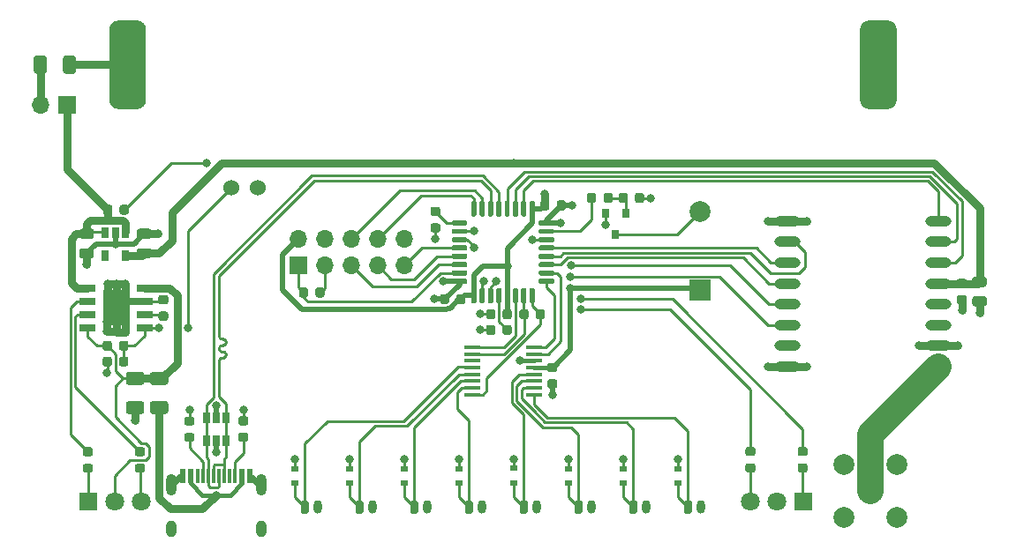
<source format=gbr>
G04 #@! TF.GenerationSoftware,KiCad,Pcbnew,5.1.8-db9833491~87~ubuntu20.04.1*
G04 #@! TF.CreationDate,2020-11-19T12:33:46+01:00*
G04 #@! TF.ProjectId,lucy,6c756379-2e6b-4696-9361-645f70636258,v1.0*
G04 #@! TF.SameCoordinates,Original*
G04 #@! TF.FileFunction,Copper,L1,Top*
G04 #@! TF.FilePolarity,Positive*
%FSLAX46Y46*%
G04 Gerber Fmt 4.6, Leading zero omitted, Abs format (unit mm)*
G04 Created by KiCad (PCBNEW 5.1.8-db9833491~87~ubuntu20.04.1) date 2020-11-19 12:33:46*
%MOMM*%
%LPD*%
G01*
G04 APERTURE LIST*
G04 #@! TA.AperFunction,ComponentPad*
%ADD10C,2.000000*%
G04 #@! TD*
G04 #@! TA.AperFunction,ComponentPad*
%ADD11C,1.524000*%
G04 #@! TD*
G04 #@! TA.AperFunction,SMDPad,CuDef*
%ADD12R,1.525000X0.700000*%
G04 #@! TD*
G04 #@! TA.AperFunction,SMDPad,CuDef*
%ADD13R,2.513000X3.402000*%
G04 #@! TD*
G04 #@! TA.AperFunction,ComponentPad*
%ADD14O,1.000000X1.600000*%
G04 #@! TD*
G04 #@! TA.AperFunction,ComponentPad*
%ADD15O,1.000000X2.100000*%
G04 #@! TD*
G04 #@! TA.AperFunction,SMDPad,CuDef*
%ADD16R,0.300000X1.450000*%
G04 #@! TD*
G04 #@! TA.AperFunction,SMDPad,CuDef*
%ADD17R,0.600000X1.450000*%
G04 #@! TD*
G04 #@! TA.AperFunction,SMDPad,CuDef*
%ADD18O,2.500000X1.000000*%
G04 #@! TD*
G04 #@! TA.AperFunction,ComponentPad*
%ADD19R,2.000000X2.000000*%
G04 #@! TD*
G04 #@! TA.AperFunction,ComponentPad*
%ADD20R,1.800000X1.800000*%
G04 #@! TD*
G04 #@! TA.AperFunction,ComponentPad*
%ADD21C,1.800000*%
G04 #@! TD*
G04 #@! TA.AperFunction,SMDPad,CuDef*
%ADD22R,0.800000X0.900000*%
G04 #@! TD*
G04 #@! TA.AperFunction,SMDPad,CuDef*
%ADD23R,1.500000X0.450000*%
G04 #@! TD*
G04 #@! TA.AperFunction,SMDPad,CuDef*
%ADD24R,0.650000X1.060000*%
G04 #@! TD*
G04 #@! TA.AperFunction,SMDPad,CuDef*
%ADD25R,0.700000X0.600000*%
G04 #@! TD*
G04 #@! TA.AperFunction,ComponentPad*
%ADD26R,1.700000X1.700000*%
G04 #@! TD*
G04 #@! TA.AperFunction,ComponentPad*
%ADD27O,1.700000X1.700000*%
G04 #@! TD*
G04 #@! TA.AperFunction,ComponentPad*
%ADD28O,0.800000X1.300000*%
G04 #@! TD*
G04 #@! TA.AperFunction,ViaPad*
%ADD29C,0.800000*%
G04 #@! TD*
G04 #@! TA.AperFunction,Conductor*
%ADD30C,0.250000*%
G04 #@! TD*
G04 #@! TA.AperFunction,Conductor*
%ADD31C,0.500000*%
G04 #@! TD*
G04 #@! TA.AperFunction,Conductor*
%ADD32C,0.750000*%
G04 #@! TD*
G04 #@! TA.AperFunction,Conductor*
%ADD33C,0.600000*%
G04 #@! TD*
G04 #@! TA.AperFunction,Conductor*
%ADD34C,0.450000*%
G04 #@! TD*
G04 #@! TA.AperFunction,Conductor*
%ADD35C,0.700000*%
G04 #@! TD*
G04 #@! TA.AperFunction,Conductor*
%ADD36C,2.500000*%
G04 #@! TD*
G04 #@! TA.AperFunction,Conductor*
%ADD37C,0.400000*%
G04 #@! TD*
G04 APERTURE END LIST*
D10*
X182710000Y-125470000D03*
X187790000Y-125470000D03*
X187790000Y-120390000D03*
X182710000Y-120390000D03*
D11*
X185250000Y-122930000D03*
D12*
X115602000Y-107255000D03*
X115602000Y-105985000D03*
X115602000Y-104715000D03*
X115602000Y-103445000D03*
X110178000Y-103445000D03*
X110178000Y-104715000D03*
X110178000Y-105985000D03*
X110178000Y-107255000D03*
D13*
X112890000Y-105350000D03*
D14*
X126820000Y-126550000D03*
X118180000Y-126550000D03*
D15*
X118180000Y-122370000D03*
X126820000Y-122370000D03*
D16*
X122250000Y-121455000D03*
X124250000Y-121455000D03*
X123750000Y-121455000D03*
X123250000Y-121455000D03*
X122750000Y-121455000D03*
X121750000Y-121455000D03*
X121250000Y-121455000D03*
X120750000Y-121455000D03*
D17*
X125750000Y-121455000D03*
X124950000Y-121455000D03*
X120050000Y-121455000D03*
X119250000Y-121455000D03*
X119250000Y-121455000D03*
X120050000Y-121455000D03*
X124950000Y-121455000D03*
X125750000Y-121455000D03*
G04 #@! TA.AperFunction,ComponentPad*
G36*
G01*
X184238000Y-85381000D02*
X184238000Y-78619000D01*
G75*
G02*
X185119000Y-77738000I881000J0D01*
G01*
X186881000Y-77738000D01*
G75*
G02*
X187762000Y-78619000I0J-881000D01*
G01*
X187762000Y-85381000D01*
G75*
G02*
X186881000Y-86262000I-881000J0D01*
G01*
X185119000Y-86262000D01*
G75*
G02*
X184238000Y-85381000I0J881000D01*
G01*
G37*
G04 #@! TD.AperFunction*
G04 #@! TA.AperFunction,ComponentPad*
G36*
G01*
X112238000Y-85381000D02*
X112238000Y-78619000D01*
G75*
G02*
X113119000Y-77738000I881000J0D01*
G01*
X114881000Y-77738000D01*
G75*
G02*
X115762000Y-78619000I0J-881000D01*
G01*
X115762000Y-85381000D01*
G75*
G02*
X114881000Y-86262000I-881000J0D01*
G01*
X113119000Y-86262000D01*
G75*
G02*
X112238000Y-85381000I0J881000D01*
G01*
G37*
G04 #@! TD.AperFunction*
D18*
X177250000Y-97000000D03*
X177250000Y-99000000D03*
X177250000Y-101000000D03*
X177250000Y-103000000D03*
X177250000Y-105000000D03*
X177250000Y-107000000D03*
X177250000Y-109000000D03*
X177250000Y-111000000D03*
X191750000Y-111000000D03*
X191750000Y-109000000D03*
X191750000Y-107000000D03*
X191750000Y-105000000D03*
X191750000Y-103000000D03*
X191750000Y-101000000D03*
X191750000Y-99000000D03*
X191750000Y-97000000D03*
G04 #@! TA.AperFunction,SMDPad,CuDef*
G36*
G01*
X143766250Y-96530000D02*
X143253750Y-96530000D01*
G75*
G02*
X143035000Y-96311250I0J218750D01*
G01*
X143035000Y-95873750D01*
G75*
G02*
X143253750Y-95655000I218750J0D01*
G01*
X143766250Y-95655000D01*
G75*
G02*
X143985000Y-95873750I0J-218750D01*
G01*
X143985000Y-96311250D01*
G75*
G02*
X143766250Y-96530000I-218750J0D01*
G01*
G37*
G04 #@! TD.AperFunction*
G04 #@! TA.AperFunction,SMDPad,CuDef*
G36*
G01*
X143766250Y-98105000D02*
X143253750Y-98105000D01*
G75*
G02*
X143035000Y-97886250I0J218750D01*
G01*
X143035000Y-97448750D01*
G75*
G02*
X143253750Y-97230000I218750J0D01*
G01*
X143766250Y-97230000D01*
G75*
G02*
X143985000Y-97448750I0J-218750D01*
G01*
X143985000Y-97886250D01*
G75*
G02*
X143766250Y-98105000I-218750J0D01*
G01*
G37*
G04 #@! TD.AperFunction*
G04 #@! TA.AperFunction,SMDPad,CuDef*
G36*
G01*
X153150000Y-106216250D02*
X153150000Y-105703750D01*
G75*
G02*
X153368750Y-105485000I218750J0D01*
G01*
X153806250Y-105485000D01*
G75*
G02*
X154025000Y-105703750I0J-218750D01*
G01*
X154025000Y-106216250D01*
G75*
G02*
X153806250Y-106435000I-218750J0D01*
G01*
X153368750Y-106435000D01*
G75*
G02*
X153150000Y-106216250I0J218750D01*
G01*
G37*
G04 #@! TD.AperFunction*
G04 #@! TA.AperFunction,SMDPad,CuDef*
G36*
G01*
X151575000Y-106216250D02*
X151575000Y-105703750D01*
G75*
G02*
X151793750Y-105485000I218750J0D01*
G01*
X152231250Y-105485000D01*
G75*
G02*
X152450000Y-105703750I0J-218750D01*
G01*
X152450000Y-106216250D01*
G75*
G02*
X152231250Y-106435000I-218750J0D01*
G01*
X151793750Y-106435000D01*
G75*
G02*
X151575000Y-106216250I0J218750D01*
G01*
G37*
G04 #@! TD.AperFunction*
G04 #@! TA.AperFunction,SMDPad,CuDef*
G36*
G01*
X117676250Y-105000000D02*
X117163750Y-105000000D01*
G75*
G02*
X116945000Y-104781250I0J218750D01*
G01*
X116945000Y-104343750D01*
G75*
G02*
X117163750Y-104125000I218750J0D01*
G01*
X117676250Y-104125000D01*
G75*
G02*
X117895000Y-104343750I0J-218750D01*
G01*
X117895000Y-104781250D01*
G75*
G02*
X117676250Y-105000000I-218750J0D01*
G01*
G37*
G04 #@! TD.AperFunction*
G04 #@! TA.AperFunction,SMDPad,CuDef*
G36*
G01*
X117676250Y-106575000D02*
X117163750Y-106575000D01*
G75*
G02*
X116945000Y-106356250I0J218750D01*
G01*
X116945000Y-105918750D01*
G75*
G02*
X117163750Y-105700000I218750J0D01*
G01*
X117676250Y-105700000D01*
G75*
G02*
X117895000Y-105918750I0J-218750D01*
G01*
X117895000Y-106356250D01*
G75*
G02*
X117676250Y-106575000I-218750J0D01*
G01*
G37*
G04 #@! TD.AperFunction*
G04 #@! TA.AperFunction,SMDPad,CuDef*
G36*
G01*
X160515000Y-94533750D02*
X160515000Y-95046250D01*
G75*
G02*
X160296250Y-95265000I-218750J0D01*
G01*
X159858750Y-95265000D01*
G75*
G02*
X159640000Y-95046250I0J218750D01*
G01*
X159640000Y-94533750D01*
G75*
G02*
X159858750Y-94315000I218750J0D01*
G01*
X160296250Y-94315000D01*
G75*
G02*
X160515000Y-94533750I0J-218750D01*
G01*
G37*
G04 #@! TD.AperFunction*
G04 #@! TA.AperFunction,SMDPad,CuDef*
G36*
G01*
X158940000Y-94533750D02*
X158940000Y-95046250D01*
G75*
G02*
X158721250Y-95265000I-218750J0D01*
G01*
X158283750Y-95265000D01*
G75*
G02*
X158065000Y-95046250I0J218750D01*
G01*
X158065000Y-94533750D01*
G75*
G02*
X158283750Y-94315000I218750J0D01*
G01*
X158721250Y-94315000D01*
G75*
G02*
X158940000Y-94533750I0J-218750D01*
G01*
G37*
G04 #@! TD.AperFunction*
G04 #@! TA.AperFunction,SMDPad,CuDef*
G36*
G01*
X193743750Y-102562500D02*
X194256250Y-102562500D01*
G75*
G02*
X194475000Y-102781250I0J-218750D01*
G01*
X194475000Y-103218750D01*
G75*
G02*
X194256250Y-103437500I-218750J0D01*
G01*
X193743750Y-103437500D01*
G75*
G02*
X193525000Y-103218750I0J218750D01*
G01*
X193525000Y-102781250D01*
G75*
G02*
X193743750Y-102562500I218750J0D01*
G01*
G37*
G04 #@! TD.AperFunction*
G04 #@! TA.AperFunction,SMDPad,CuDef*
G36*
G01*
X193743750Y-104137500D02*
X194256250Y-104137500D01*
G75*
G02*
X194475000Y-104356250I0J-218750D01*
G01*
X194475000Y-104793750D01*
G75*
G02*
X194256250Y-105012500I-218750J0D01*
G01*
X193743750Y-105012500D01*
G75*
G02*
X193525000Y-104793750I0J218750D01*
G01*
X193525000Y-104356250D01*
G75*
G02*
X193743750Y-104137500I218750J0D01*
G01*
G37*
G04 #@! TD.AperFunction*
G04 #@! TA.AperFunction,SMDPad,CuDef*
G36*
G01*
X195243750Y-102362500D02*
X196156250Y-102362500D01*
G75*
G02*
X196400000Y-102606250I0J-243750D01*
G01*
X196400000Y-103093750D01*
G75*
G02*
X196156250Y-103337500I-243750J0D01*
G01*
X195243750Y-103337500D01*
G75*
G02*
X195000000Y-103093750I0J243750D01*
G01*
X195000000Y-102606250D01*
G75*
G02*
X195243750Y-102362500I243750J0D01*
G01*
G37*
G04 #@! TD.AperFunction*
G04 #@! TA.AperFunction,SMDPad,CuDef*
G36*
G01*
X195243750Y-104237500D02*
X196156250Y-104237500D01*
G75*
G02*
X196400000Y-104481250I0J-243750D01*
G01*
X196400000Y-104968750D01*
G75*
G02*
X196156250Y-105212500I-243750J0D01*
G01*
X195243750Y-105212500D01*
G75*
G02*
X195000000Y-104968750I0J243750D01*
G01*
X195000000Y-104481250D01*
G75*
G02*
X195243750Y-104237500I243750J0D01*
G01*
G37*
G04 #@! TD.AperFunction*
D19*
X168880000Y-103670000D03*
D10*
X168880000Y-96070000D03*
G04 #@! TA.AperFunction,SMDPad,CuDef*
G36*
G01*
X150835000Y-107213750D02*
X150835000Y-107726250D01*
G75*
G02*
X150616250Y-107945000I-218750J0D01*
G01*
X150178750Y-107945000D01*
G75*
G02*
X149960000Y-107726250I0J218750D01*
G01*
X149960000Y-107213750D01*
G75*
G02*
X150178750Y-106995000I218750J0D01*
G01*
X150616250Y-106995000D01*
G75*
G02*
X150835000Y-107213750I0J-218750D01*
G01*
G37*
G04 #@! TD.AperFunction*
G04 #@! TA.AperFunction,SMDPad,CuDef*
G36*
G01*
X149260000Y-107213750D02*
X149260000Y-107726250D01*
G75*
G02*
X149041250Y-107945000I-218750J0D01*
G01*
X148603750Y-107945000D01*
G75*
G02*
X148385000Y-107726250I0J218750D01*
G01*
X148385000Y-107213750D01*
G75*
G02*
X148603750Y-106995000I218750J0D01*
G01*
X149041250Y-106995000D01*
G75*
G02*
X149260000Y-107213750I0J-218750D01*
G01*
G37*
G04 #@! TD.AperFunction*
G04 #@! TA.AperFunction,SMDPad,CuDef*
G36*
G01*
X149260000Y-105703750D02*
X149260000Y-106216250D01*
G75*
G02*
X149041250Y-106435000I-218750J0D01*
G01*
X148603750Y-106435000D01*
G75*
G02*
X148385000Y-106216250I0J218750D01*
G01*
X148385000Y-105703750D01*
G75*
G02*
X148603750Y-105485000I218750J0D01*
G01*
X149041250Y-105485000D01*
G75*
G02*
X149260000Y-105703750I0J-218750D01*
G01*
G37*
G04 #@! TD.AperFunction*
G04 #@! TA.AperFunction,SMDPad,CuDef*
G36*
G01*
X150835000Y-105703750D02*
X150835000Y-106216250D01*
G75*
G02*
X150616250Y-106435000I-218750J0D01*
G01*
X150178750Y-106435000D01*
G75*
G02*
X149960000Y-106216250I0J218750D01*
G01*
X149960000Y-105703750D01*
G75*
G02*
X150178750Y-105485000I218750J0D01*
G01*
X150616250Y-105485000D01*
G75*
G02*
X150835000Y-105703750I0J-218750D01*
G01*
G37*
G04 #@! TD.AperFunction*
G04 #@! TA.AperFunction,SMDPad,CuDef*
G36*
G01*
X144840000Y-104253750D02*
X144840000Y-104766250D01*
G75*
G02*
X144621250Y-104985000I-218750J0D01*
G01*
X144183750Y-104985000D01*
G75*
G02*
X143965000Y-104766250I0J218750D01*
G01*
X143965000Y-104253750D01*
G75*
G02*
X144183750Y-104035000I218750J0D01*
G01*
X144621250Y-104035000D01*
G75*
G02*
X144840000Y-104253750I0J-218750D01*
G01*
G37*
G04 #@! TD.AperFunction*
G04 #@! TA.AperFunction,SMDPad,CuDef*
G36*
G01*
X146415000Y-104253750D02*
X146415000Y-104766250D01*
G75*
G02*
X146196250Y-104985000I-218750J0D01*
G01*
X145758750Y-104985000D01*
G75*
G02*
X145540000Y-104766250I0J218750D01*
G01*
X145540000Y-104253750D01*
G75*
G02*
X145758750Y-104035000I218750J0D01*
G01*
X146196250Y-104035000D01*
G75*
G02*
X146415000Y-104253750I0J-218750D01*
G01*
G37*
G04 #@! TD.AperFunction*
G04 #@! TA.AperFunction,SMDPad,CuDef*
G36*
G01*
X153575000Y-95756250D02*
X153575000Y-95243750D01*
G75*
G02*
X153793750Y-95025000I218750J0D01*
G01*
X154231250Y-95025000D01*
G75*
G02*
X154450000Y-95243750I0J-218750D01*
G01*
X154450000Y-95756250D01*
G75*
G02*
X154231250Y-95975000I-218750J0D01*
G01*
X153793750Y-95975000D01*
G75*
G02*
X153575000Y-95756250I0J218750D01*
G01*
G37*
G04 #@! TD.AperFunction*
G04 #@! TA.AperFunction,SMDPad,CuDef*
G36*
G01*
X155150000Y-95756250D02*
X155150000Y-95243750D01*
G75*
G02*
X155368750Y-95025000I218750J0D01*
G01*
X155806250Y-95025000D01*
G75*
G02*
X156025000Y-95243750I0J-218750D01*
G01*
X156025000Y-95756250D01*
G75*
G02*
X155806250Y-95975000I-218750J0D01*
G01*
X155368750Y-95975000D01*
G75*
G02*
X155150000Y-95756250I0J218750D01*
G01*
G37*
G04 #@! TD.AperFunction*
G04 #@! TA.AperFunction,SMDPad,CuDef*
G36*
G01*
X109613750Y-99620000D02*
X110526250Y-99620000D01*
G75*
G02*
X110770000Y-99863750I0J-243750D01*
G01*
X110770000Y-100351250D01*
G75*
G02*
X110526250Y-100595000I-243750J0D01*
G01*
X109613750Y-100595000D01*
G75*
G02*
X109370000Y-100351250I0J243750D01*
G01*
X109370000Y-99863750D01*
G75*
G02*
X109613750Y-99620000I243750J0D01*
G01*
G37*
G04 #@! TD.AperFunction*
G04 #@! TA.AperFunction,SMDPad,CuDef*
G36*
G01*
X109613750Y-97745000D02*
X110526250Y-97745000D01*
G75*
G02*
X110770000Y-97988750I0J-243750D01*
G01*
X110770000Y-98476250D01*
G75*
G02*
X110526250Y-98720000I-243750J0D01*
G01*
X109613750Y-98720000D01*
G75*
G02*
X109370000Y-98476250I0J243750D01*
G01*
X109370000Y-97988750D01*
G75*
G02*
X109613750Y-97745000I243750J0D01*
G01*
G37*
G04 #@! TD.AperFunction*
G04 #@! TA.AperFunction,SMDPad,CuDef*
G36*
G01*
X116026250Y-100595000D02*
X115113750Y-100595000D01*
G75*
G02*
X114870000Y-100351250I0J243750D01*
G01*
X114870000Y-99863750D01*
G75*
G02*
X115113750Y-99620000I243750J0D01*
G01*
X116026250Y-99620000D01*
G75*
G02*
X116270000Y-99863750I0J-243750D01*
G01*
X116270000Y-100351250D01*
G75*
G02*
X116026250Y-100595000I-243750J0D01*
G01*
G37*
G04 #@! TD.AperFunction*
G04 #@! TA.AperFunction,SMDPad,CuDef*
G36*
G01*
X116026250Y-98720000D02*
X115113750Y-98720000D01*
G75*
G02*
X114870000Y-98476250I0J243750D01*
G01*
X114870000Y-97988750D01*
G75*
G02*
X115113750Y-97745000I243750J0D01*
G01*
X116026250Y-97745000D01*
G75*
G02*
X116270000Y-97988750I0J-243750D01*
G01*
X116270000Y-98476250D01*
G75*
G02*
X116026250Y-98720000I-243750J0D01*
G01*
G37*
G04 #@! TD.AperFunction*
D20*
X178770000Y-123940000D03*
D21*
X176230000Y-123940000D03*
X173690000Y-123940000D03*
G04 #@! TA.AperFunction,SMDPad,CuDef*
G36*
G01*
X104995000Y-82615000D02*
X104995000Y-81365000D01*
G75*
G02*
X105245000Y-81115000I250000J0D01*
G01*
X105995000Y-81115000D01*
G75*
G02*
X106245000Y-81365000I0J-250000D01*
G01*
X106245000Y-82615000D01*
G75*
G02*
X105995000Y-82865000I-250000J0D01*
G01*
X105245000Y-82865000D01*
G75*
G02*
X104995000Y-82615000I0J250000D01*
G01*
G37*
G04 #@! TD.AperFunction*
G04 #@! TA.AperFunction,SMDPad,CuDef*
G36*
G01*
X107795000Y-82615000D02*
X107795000Y-81365000D01*
G75*
G02*
X108045000Y-81115000I250000J0D01*
G01*
X108795000Y-81115000D01*
G75*
G02*
X109045000Y-81365000I0J-250000D01*
G01*
X109045000Y-82615000D01*
G75*
G02*
X108795000Y-82865000I-250000J0D01*
G01*
X108045000Y-82865000D01*
G75*
G02*
X107795000Y-82615000I0J250000D01*
G01*
G37*
G04 #@! TD.AperFunction*
D22*
X161748000Y-96276000D03*
X159848000Y-96276000D03*
X160798000Y-98276000D03*
G04 #@! TA.AperFunction,SMDPad,CuDef*
G36*
G01*
X178473750Y-118715000D02*
X178986250Y-118715000D01*
G75*
G02*
X179205000Y-118933750I0J-218750D01*
G01*
X179205000Y-119371250D01*
G75*
G02*
X178986250Y-119590000I-218750J0D01*
G01*
X178473750Y-119590000D01*
G75*
G02*
X178255000Y-119371250I0J218750D01*
G01*
X178255000Y-118933750D01*
G75*
G02*
X178473750Y-118715000I218750J0D01*
G01*
G37*
G04 #@! TD.AperFunction*
G04 #@! TA.AperFunction,SMDPad,CuDef*
G36*
G01*
X178473750Y-120290000D02*
X178986250Y-120290000D01*
G75*
G02*
X179205000Y-120508750I0J-218750D01*
G01*
X179205000Y-120946250D01*
G75*
G02*
X178986250Y-121165000I-218750J0D01*
G01*
X178473750Y-121165000D01*
G75*
G02*
X178255000Y-120946250I0J218750D01*
G01*
X178255000Y-120508750D01*
G75*
G02*
X178473750Y-120290000I218750J0D01*
G01*
G37*
G04 #@! TD.AperFunction*
G04 #@! TA.AperFunction,SMDPad,CuDef*
G36*
G01*
X173986250Y-119590000D02*
X173473750Y-119590000D01*
G75*
G02*
X173255000Y-119371250I0J218750D01*
G01*
X173255000Y-118933750D01*
G75*
G02*
X173473750Y-118715000I218750J0D01*
G01*
X173986250Y-118715000D01*
G75*
G02*
X174205000Y-118933750I0J-218750D01*
G01*
X174205000Y-119371250D01*
G75*
G02*
X173986250Y-119590000I-218750J0D01*
G01*
G37*
G04 #@! TD.AperFunction*
G04 #@! TA.AperFunction,SMDPad,CuDef*
G36*
G01*
X173986250Y-121165000D02*
X173473750Y-121165000D01*
G75*
G02*
X173255000Y-120946250I0J218750D01*
G01*
X173255000Y-120508750D01*
G75*
G02*
X173473750Y-120290000I218750J0D01*
G01*
X173986250Y-120290000D01*
G75*
G02*
X174205000Y-120508750I0J-218750D01*
G01*
X174205000Y-120946250D01*
G75*
G02*
X173986250Y-121165000I-218750J0D01*
G01*
G37*
G04 #@! TD.AperFunction*
G04 #@! TA.AperFunction,SMDPad,CuDef*
G36*
G01*
X111645000Y-96176250D02*
X111645000Y-95663750D01*
G75*
G02*
X111863750Y-95445000I218750J0D01*
G01*
X112301250Y-95445000D01*
G75*
G02*
X112520000Y-95663750I0J-218750D01*
G01*
X112520000Y-96176250D01*
G75*
G02*
X112301250Y-96395000I-218750J0D01*
G01*
X111863750Y-96395000D01*
G75*
G02*
X111645000Y-96176250I0J218750D01*
G01*
G37*
G04 #@! TD.AperFunction*
G04 #@! TA.AperFunction,SMDPad,CuDef*
G36*
G01*
X113220000Y-96176250D02*
X113220000Y-95663750D01*
G75*
G02*
X113438750Y-95445000I218750J0D01*
G01*
X113876250Y-95445000D01*
G75*
G02*
X114095000Y-95663750I0J-218750D01*
G01*
X114095000Y-96176250D01*
G75*
G02*
X113876250Y-96395000I-218750J0D01*
G01*
X113438750Y-96395000D01*
G75*
G02*
X113220000Y-96176250I0J218750D01*
G01*
G37*
G04 #@! TD.AperFunction*
D23*
X147050000Y-109125000D03*
X147050000Y-109775000D03*
X147050000Y-110425000D03*
X147050000Y-111075000D03*
X147050000Y-111725000D03*
X147050000Y-112375000D03*
X147050000Y-113025000D03*
X147050000Y-113675000D03*
X152950000Y-113675000D03*
X152950000Y-113025000D03*
X152950000Y-112375000D03*
X152950000Y-111725000D03*
X152950000Y-111075000D03*
X152950000Y-110425000D03*
X152950000Y-109775000D03*
X152950000Y-109125000D03*
G04 #@! TA.AperFunction,SMDPad,CuDef*
G36*
G01*
X132885000Y-103623750D02*
X132885000Y-104136250D01*
G75*
G02*
X132666250Y-104355000I-218750J0D01*
G01*
X132228750Y-104355000D01*
G75*
G02*
X132010000Y-104136250I0J218750D01*
G01*
X132010000Y-103623750D01*
G75*
G02*
X132228750Y-103405000I218750J0D01*
G01*
X132666250Y-103405000D01*
G75*
G02*
X132885000Y-103623750I0J-218750D01*
G01*
G37*
G04 #@! TD.AperFunction*
G04 #@! TA.AperFunction,SMDPad,CuDef*
G36*
G01*
X131310000Y-103623750D02*
X131310000Y-104136250D01*
G75*
G02*
X131091250Y-104355000I-218750J0D01*
G01*
X130653750Y-104355000D01*
G75*
G02*
X130435000Y-104136250I0J218750D01*
G01*
X130435000Y-103623750D01*
G75*
G02*
X130653750Y-103405000I218750J0D01*
G01*
X131091250Y-103405000D01*
G75*
G02*
X131310000Y-103623750I0J-218750D01*
G01*
G37*
G04 #@! TD.AperFunction*
D24*
X113770000Y-98100000D03*
X112820000Y-98100000D03*
X111870000Y-98100000D03*
X111870000Y-100300000D03*
X113770000Y-100300000D03*
G04 #@! TA.AperFunction,SMDPad,CuDef*
G36*
G01*
X154473750Y-110635000D02*
X154986250Y-110635000D01*
G75*
G02*
X155205000Y-110853750I0J-218750D01*
G01*
X155205000Y-111291250D01*
G75*
G02*
X154986250Y-111510000I-218750J0D01*
G01*
X154473750Y-111510000D01*
G75*
G02*
X154255000Y-111291250I0J218750D01*
G01*
X154255000Y-110853750D01*
G75*
G02*
X154473750Y-110635000I218750J0D01*
G01*
G37*
G04 #@! TD.AperFunction*
G04 #@! TA.AperFunction,SMDPad,CuDef*
G36*
G01*
X154473750Y-112210000D02*
X154986250Y-112210000D01*
G75*
G02*
X155205000Y-112428750I0J-218750D01*
G01*
X155205000Y-112866250D01*
G75*
G02*
X154986250Y-113085000I-218750J0D01*
G01*
X154473750Y-113085000D01*
G75*
G02*
X154255000Y-112866250I0J218750D01*
G01*
X154255000Y-112428750D01*
G75*
G02*
X154473750Y-112210000I218750J0D01*
G01*
G37*
G04 #@! TD.AperFunction*
G04 #@! TA.AperFunction,SMDPad,CuDef*
G36*
G01*
X110436250Y-121195000D02*
X109923750Y-121195000D01*
G75*
G02*
X109705000Y-120976250I0J218750D01*
G01*
X109705000Y-120538750D01*
G75*
G02*
X109923750Y-120320000I218750J0D01*
G01*
X110436250Y-120320000D01*
G75*
G02*
X110655000Y-120538750I0J-218750D01*
G01*
X110655000Y-120976250D01*
G75*
G02*
X110436250Y-121195000I-218750J0D01*
G01*
G37*
G04 #@! TD.AperFunction*
G04 #@! TA.AperFunction,SMDPad,CuDef*
G36*
G01*
X110436250Y-119620000D02*
X109923750Y-119620000D01*
G75*
G02*
X109705000Y-119401250I0J218750D01*
G01*
X109705000Y-118963750D01*
G75*
G02*
X109923750Y-118745000I218750J0D01*
G01*
X110436250Y-118745000D01*
G75*
G02*
X110655000Y-118963750I0J-218750D01*
G01*
X110655000Y-119401250D01*
G75*
G02*
X110436250Y-119620000I-218750J0D01*
G01*
G37*
G04 #@! TD.AperFunction*
G04 #@! TA.AperFunction,SMDPad,CuDef*
G36*
G01*
X114923750Y-118745000D02*
X115436250Y-118745000D01*
G75*
G02*
X115655000Y-118963750I0J-218750D01*
G01*
X115655000Y-119401250D01*
G75*
G02*
X115436250Y-119620000I-218750J0D01*
G01*
X114923750Y-119620000D01*
G75*
G02*
X114705000Y-119401250I0J218750D01*
G01*
X114705000Y-118963750D01*
G75*
G02*
X114923750Y-118745000I218750J0D01*
G01*
G37*
G04 #@! TD.AperFunction*
G04 #@! TA.AperFunction,SMDPad,CuDef*
G36*
G01*
X114923750Y-120320000D02*
X115436250Y-120320000D01*
G75*
G02*
X115655000Y-120538750I0J-218750D01*
G01*
X115655000Y-120976250D01*
G75*
G02*
X115436250Y-121195000I-218750J0D01*
G01*
X114923750Y-121195000D01*
G75*
G02*
X114705000Y-120976250I0J218750D01*
G01*
X114705000Y-120538750D01*
G75*
G02*
X114923750Y-120320000I218750J0D01*
G01*
G37*
G04 #@! TD.AperFunction*
G04 #@! TA.AperFunction,SMDPad,CuDef*
G36*
G01*
X119663750Y-117360000D02*
X120176250Y-117360000D01*
G75*
G02*
X120395000Y-117578750I0J-218750D01*
G01*
X120395000Y-118016250D01*
G75*
G02*
X120176250Y-118235000I-218750J0D01*
G01*
X119663750Y-118235000D01*
G75*
G02*
X119445000Y-118016250I0J218750D01*
G01*
X119445000Y-117578750D01*
G75*
G02*
X119663750Y-117360000I218750J0D01*
G01*
G37*
G04 #@! TD.AperFunction*
G04 #@! TA.AperFunction,SMDPad,CuDef*
G36*
G01*
X119663750Y-115785000D02*
X120176250Y-115785000D01*
G75*
G02*
X120395000Y-116003750I0J-218750D01*
G01*
X120395000Y-116441250D01*
G75*
G02*
X120176250Y-116660000I-218750J0D01*
G01*
X119663750Y-116660000D01*
G75*
G02*
X119445000Y-116441250I0J218750D01*
G01*
X119445000Y-116003750D01*
G75*
G02*
X119663750Y-115785000I218750J0D01*
G01*
G37*
G04 #@! TD.AperFunction*
G04 #@! TA.AperFunction,SMDPad,CuDef*
G36*
G01*
X124833750Y-115775000D02*
X125346250Y-115775000D01*
G75*
G02*
X125565000Y-115993750I0J-218750D01*
G01*
X125565000Y-116431250D01*
G75*
G02*
X125346250Y-116650000I-218750J0D01*
G01*
X124833750Y-116650000D01*
G75*
G02*
X124615000Y-116431250I0J218750D01*
G01*
X124615000Y-115993750D01*
G75*
G02*
X124833750Y-115775000I218750J0D01*
G01*
G37*
G04 #@! TD.AperFunction*
G04 #@! TA.AperFunction,SMDPad,CuDef*
G36*
G01*
X124833750Y-117350000D02*
X125346250Y-117350000D01*
G75*
G02*
X125565000Y-117568750I0J-218750D01*
G01*
X125565000Y-118006250D01*
G75*
G02*
X125346250Y-118225000I-218750J0D01*
G01*
X124833750Y-118225000D01*
G75*
G02*
X124615000Y-118006250I0J218750D01*
G01*
X124615000Y-117568750D01*
G75*
G02*
X124833750Y-117350000I218750J0D01*
G01*
G37*
G04 #@! TD.AperFunction*
G04 #@! TA.AperFunction,SMDPad,CuDef*
G36*
G01*
X147325000Y-104925000D02*
X147075000Y-104925000D01*
G75*
G02*
X146950000Y-104800000I0J125000D01*
G01*
X146950000Y-103550000D01*
G75*
G02*
X147075000Y-103425000I125000J0D01*
G01*
X147325000Y-103425000D01*
G75*
G02*
X147450000Y-103550000I0J-125000D01*
G01*
X147450000Y-104800000D01*
G75*
G02*
X147325000Y-104925000I-125000J0D01*
G01*
G37*
G04 #@! TD.AperFunction*
G04 #@! TA.AperFunction,SMDPad,CuDef*
G36*
G01*
X148125000Y-104925000D02*
X147875000Y-104925000D01*
G75*
G02*
X147750000Y-104800000I0J125000D01*
G01*
X147750000Y-103550000D01*
G75*
G02*
X147875000Y-103425000I125000J0D01*
G01*
X148125000Y-103425000D01*
G75*
G02*
X148250000Y-103550000I0J-125000D01*
G01*
X148250000Y-104800000D01*
G75*
G02*
X148125000Y-104925000I-125000J0D01*
G01*
G37*
G04 #@! TD.AperFunction*
G04 #@! TA.AperFunction,SMDPad,CuDef*
G36*
G01*
X148925000Y-104925000D02*
X148675000Y-104925000D01*
G75*
G02*
X148550000Y-104800000I0J125000D01*
G01*
X148550000Y-103550000D01*
G75*
G02*
X148675000Y-103425000I125000J0D01*
G01*
X148925000Y-103425000D01*
G75*
G02*
X149050000Y-103550000I0J-125000D01*
G01*
X149050000Y-104800000D01*
G75*
G02*
X148925000Y-104925000I-125000J0D01*
G01*
G37*
G04 #@! TD.AperFunction*
G04 #@! TA.AperFunction,SMDPad,CuDef*
G36*
G01*
X149725000Y-104925000D02*
X149475000Y-104925000D01*
G75*
G02*
X149350000Y-104800000I0J125000D01*
G01*
X149350000Y-103550000D01*
G75*
G02*
X149475000Y-103425000I125000J0D01*
G01*
X149725000Y-103425000D01*
G75*
G02*
X149850000Y-103550000I0J-125000D01*
G01*
X149850000Y-104800000D01*
G75*
G02*
X149725000Y-104925000I-125000J0D01*
G01*
G37*
G04 #@! TD.AperFunction*
G04 #@! TA.AperFunction,SMDPad,CuDef*
G36*
G01*
X150525000Y-104925000D02*
X150275000Y-104925000D01*
G75*
G02*
X150150000Y-104800000I0J125000D01*
G01*
X150150000Y-103550000D01*
G75*
G02*
X150275000Y-103425000I125000J0D01*
G01*
X150525000Y-103425000D01*
G75*
G02*
X150650000Y-103550000I0J-125000D01*
G01*
X150650000Y-104800000D01*
G75*
G02*
X150525000Y-104925000I-125000J0D01*
G01*
G37*
G04 #@! TD.AperFunction*
G04 #@! TA.AperFunction,SMDPad,CuDef*
G36*
G01*
X151325000Y-104925000D02*
X151075000Y-104925000D01*
G75*
G02*
X150950000Y-104800000I0J125000D01*
G01*
X150950000Y-103550000D01*
G75*
G02*
X151075000Y-103425000I125000J0D01*
G01*
X151325000Y-103425000D01*
G75*
G02*
X151450000Y-103550000I0J-125000D01*
G01*
X151450000Y-104800000D01*
G75*
G02*
X151325000Y-104925000I-125000J0D01*
G01*
G37*
G04 #@! TD.AperFunction*
G04 #@! TA.AperFunction,SMDPad,CuDef*
G36*
G01*
X152125000Y-104925000D02*
X151875000Y-104925000D01*
G75*
G02*
X151750000Y-104800000I0J125000D01*
G01*
X151750000Y-103550000D01*
G75*
G02*
X151875000Y-103425000I125000J0D01*
G01*
X152125000Y-103425000D01*
G75*
G02*
X152250000Y-103550000I0J-125000D01*
G01*
X152250000Y-104800000D01*
G75*
G02*
X152125000Y-104925000I-125000J0D01*
G01*
G37*
G04 #@! TD.AperFunction*
G04 #@! TA.AperFunction,SMDPad,CuDef*
G36*
G01*
X152925000Y-104925000D02*
X152675000Y-104925000D01*
G75*
G02*
X152550000Y-104800000I0J125000D01*
G01*
X152550000Y-103550000D01*
G75*
G02*
X152675000Y-103425000I125000J0D01*
G01*
X152925000Y-103425000D01*
G75*
G02*
X153050000Y-103550000I0J-125000D01*
G01*
X153050000Y-104800000D01*
G75*
G02*
X152925000Y-104925000I-125000J0D01*
G01*
G37*
G04 #@! TD.AperFunction*
G04 #@! TA.AperFunction,SMDPad,CuDef*
G36*
G01*
X154800000Y-103050000D02*
X153550000Y-103050000D01*
G75*
G02*
X153425000Y-102925000I0J125000D01*
G01*
X153425000Y-102675000D01*
G75*
G02*
X153550000Y-102550000I125000J0D01*
G01*
X154800000Y-102550000D01*
G75*
G02*
X154925000Y-102675000I0J-125000D01*
G01*
X154925000Y-102925000D01*
G75*
G02*
X154800000Y-103050000I-125000J0D01*
G01*
G37*
G04 #@! TD.AperFunction*
G04 #@! TA.AperFunction,SMDPad,CuDef*
G36*
G01*
X154800000Y-102250000D02*
X153550000Y-102250000D01*
G75*
G02*
X153425000Y-102125000I0J125000D01*
G01*
X153425000Y-101875000D01*
G75*
G02*
X153550000Y-101750000I125000J0D01*
G01*
X154800000Y-101750000D01*
G75*
G02*
X154925000Y-101875000I0J-125000D01*
G01*
X154925000Y-102125000D01*
G75*
G02*
X154800000Y-102250000I-125000J0D01*
G01*
G37*
G04 #@! TD.AperFunction*
G04 #@! TA.AperFunction,SMDPad,CuDef*
G36*
G01*
X154800000Y-101450000D02*
X153550000Y-101450000D01*
G75*
G02*
X153425000Y-101325000I0J125000D01*
G01*
X153425000Y-101075000D01*
G75*
G02*
X153550000Y-100950000I125000J0D01*
G01*
X154800000Y-100950000D01*
G75*
G02*
X154925000Y-101075000I0J-125000D01*
G01*
X154925000Y-101325000D01*
G75*
G02*
X154800000Y-101450000I-125000J0D01*
G01*
G37*
G04 #@! TD.AperFunction*
G04 #@! TA.AperFunction,SMDPad,CuDef*
G36*
G01*
X154800000Y-100650000D02*
X153550000Y-100650000D01*
G75*
G02*
X153425000Y-100525000I0J125000D01*
G01*
X153425000Y-100275000D01*
G75*
G02*
X153550000Y-100150000I125000J0D01*
G01*
X154800000Y-100150000D01*
G75*
G02*
X154925000Y-100275000I0J-125000D01*
G01*
X154925000Y-100525000D01*
G75*
G02*
X154800000Y-100650000I-125000J0D01*
G01*
G37*
G04 #@! TD.AperFunction*
G04 #@! TA.AperFunction,SMDPad,CuDef*
G36*
G01*
X154800000Y-99850000D02*
X153550000Y-99850000D01*
G75*
G02*
X153425000Y-99725000I0J125000D01*
G01*
X153425000Y-99475000D01*
G75*
G02*
X153550000Y-99350000I125000J0D01*
G01*
X154800000Y-99350000D01*
G75*
G02*
X154925000Y-99475000I0J-125000D01*
G01*
X154925000Y-99725000D01*
G75*
G02*
X154800000Y-99850000I-125000J0D01*
G01*
G37*
G04 #@! TD.AperFunction*
G04 #@! TA.AperFunction,SMDPad,CuDef*
G36*
G01*
X154800000Y-99050000D02*
X153550000Y-99050000D01*
G75*
G02*
X153425000Y-98925000I0J125000D01*
G01*
X153425000Y-98675000D01*
G75*
G02*
X153550000Y-98550000I125000J0D01*
G01*
X154800000Y-98550000D01*
G75*
G02*
X154925000Y-98675000I0J-125000D01*
G01*
X154925000Y-98925000D01*
G75*
G02*
X154800000Y-99050000I-125000J0D01*
G01*
G37*
G04 #@! TD.AperFunction*
G04 #@! TA.AperFunction,SMDPad,CuDef*
G36*
G01*
X154800000Y-98250000D02*
X153550000Y-98250000D01*
G75*
G02*
X153425000Y-98125000I0J125000D01*
G01*
X153425000Y-97875000D01*
G75*
G02*
X153550000Y-97750000I125000J0D01*
G01*
X154800000Y-97750000D01*
G75*
G02*
X154925000Y-97875000I0J-125000D01*
G01*
X154925000Y-98125000D01*
G75*
G02*
X154800000Y-98250000I-125000J0D01*
G01*
G37*
G04 #@! TD.AperFunction*
G04 #@! TA.AperFunction,SMDPad,CuDef*
G36*
G01*
X154800000Y-97450000D02*
X153550000Y-97450000D01*
G75*
G02*
X153425000Y-97325000I0J125000D01*
G01*
X153425000Y-97075000D01*
G75*
G02*
X153550000Y-96950000I125000J0D01*
G01*
X154800000Y-96950000D01*
G75*
G02*
X154925000Y-97075000I0J-125000D01*
G01*
X154925000Y-97325000D01*
G75*
G02*
X154800000Y-97450000I-125000J0D01*
G01*
G37*
G04 #@! TD.AperFunction*
G04 #@! TA.AperFunction,SMDPad,CuDef*
G36*
G01*
X152925000Y-96575000D02*
X152675000Y-96575000D01*
G75*
G02*
X152550000Y-96450000I0J125000D01*
G01*
X152550000Y-95200000D01*
G75*
G02*
X152675000Y-95075000I125000J0D01*
G01*
X152925000Y-95075000D01*
G75*
G02*
X153050000Y-95200000I0J-125000D01*
G01*
X153050000Y-96450000D01*
G75*
G02*
X152925000Y-96575000I-125000J0D01*
G01*
G37*
G04 #@! TD.AperFunction*
G04 #@! TA.AperFunction,SMDPad,CuDef*
G36*
G01*
X152125000Y-96575000D02*
X151875000Y-96575000D01*
G75*
G02*
X151750000Y-96450000I0J125000D01*
G01*
X151750000Y-95200000D01*
G75*
G02*
X151875000Y-95075000I125000J0D01*
G01*
X152125000Y-95075000D01*
G75*
G02*
X152250000Y-95200000I0J-125000D01*
G01*
X152250000Y-96450000D01*
G75*
G02*
X152125000Y-96575000I-125000J0D01*
G01*
G37*
G04 #@! TD.AperFunction*
G04 #@! TA.AperFunction,SMDPad,CuDef*
G36*
G01*
X151325000Y-96575000D02*
X151075000Y-96575000D01*
G75*
G02*
X150950000Y-96450000I0J125000D01*
G01*
X150950000Y-95200000D01*
G75*
G02*
X151075000Y-95075000I125000J0D01*
G01*
X151325000Y-95075000D01*
G75*
G02*
X151450000Y-95200000I0J-125000D01*
G01*
X151450000Y-96450000D01*
G75*
G02*
X151325000Y-96575000I-125000J0D01*
G01*
G37*
G04 #@! TD.AperFunction*
G04 #@! TA.AperFunction,SMDPad,CuDef*
G36*
G01*
X150525000Y-96575000D02*
X150275000Y-96575000D01*
G75*
G02*
X150150000Y-96450000I0J125000D01*
G01*
X150150000Y-95200000D01*
G75*
G02*
X150275000Y-95075000I125000J0D01*
G01*
X150525000Y-95075000D01*
G75*
G02*
X150650000Y-95200000I0J-125000D01*
G01*
X150650000Y-96450000D01*
G75*
G02*
X150525000Y-96575000I-125000J0D01*
G01*
G37*
G04 #@! TD.AperFunction*
G04 #@! TA.AperFunction,SMDPad,CuDef*
G36*
G01*
X149725000Y-96575000D02*
X149475000Y-96575000D01*
G75*
G02*
X149350000Y-96450000I0J125000D01*
G01*
X149350000Y-95200000D01*
G75*
G02*
X149475000Y-95075000I125000J0D01*
G01*
X149725000Y-95075000D01*
G75*
G02*
X149850000Y-95200000I0J-125000D01*
G01*
X149850000Y-96450000D01*
G75*
G02*
X149725000Y-96575000I-125000J0D01*
G01*
G37*
G04 #@! TD.AperFunction*
G04 #@! TA.AperFunction,SMDPad,CuDef*
G36*
G01*
X148925000Y-96575000D02*
X148675000Y-96575000D01*
G75*
G02*
X148550000Y-96450000I0J125000D01*
G01*
X148550000Y-95200000D01*
G75*
G02*
X148675000Y-95075000I125000J0D01*
G01*
X148925000Y-95075000D01*
G75*
G02*
X149050000Y-95200000I0J-125000D01*
G01*
X149050000Y-96450000D01*
G75*
G02*
X148925000Y-96575000I-125000J0D01*
G01*
G37*
G04 #@! TD.AperFunction*
G04 #@! TA.AperFunction,SMDPad,CuDef*
G36*
G01*
X148125000Y-96575000D02*
X147875000Y-96575000D01*
G75*
G02*
X147750000Y-96450000I0J125000D01*
G01*
X147750000Y-95200000D01*
G75*
G02*
X147875000Y-95075000I125000J0D01*
G01*
X148125000Y-95075000D01*
G75*
G02*
X148250000Y-95200000I0J-125000D01*
G01*
X148250000Y-96450000D01*
G75*
G02*
X148125000Y-96575000I-125000J0D01*
G01*
G37*
G04 #@! TD.AperFunction*
G04 #@! TA.AperFunction,SMDPad,CuDef*
G36*
G01*
X147325000Y-96575000D02*
X147075000Y-96575000D01*
G75*
G02*
X146950000Y-96450000I0J125000D01*
G01*
X146950000Y-95200000D01*
G75*
G02*
X147075000Y-95075000I125000J0D01*
G01*
X147325000Y-95075000D01*
G75*
G02*
X147450000Y-95200000I0J-125000D01*
G01*
X147450000Y-96450000D01*
G75*
G02*
X147325000Y-96575000I-125000J0D01*
G01*
G37*
G04 #@! TD.AperFunction*
G04 #@! TA.AperFunction,SMDPad,CuDef*
G36*
G01*
X146450000Y-97450000D02*
X145200000Y-97450000D01*
G75*
G02*
X145075000Y-97325000I0J125000D01*
G01*
X145075000Y-97075000D01*
G75*
G02*
X145200000Y-96950000I125000J0D01*
G01*
X146450000Y-96950000D01*
G75*
G02*
X146575000Y-97075000I0J-125000D01*
G01*
X146575000Y-97325000D01*
G75*
G02*
X146450000Y-97450000I-125000J0D01*
G01*
G37*
G04 #@! TD.AperFunction*
G04 #@! TA.AperFunction,SMDPad,CuDef*
G36*
G01*
X146450000Y-98250000D02*
X145200000Y-98250000D01*
G75*
G02*
X145075000Y-98125000I0J125000D01*
G01*
X145075000Y-97875000D01*
G75*
G02*
X145200000Y-97750000I125000J0D01*
G01*
X146450000Y-97750000D01*
G75*
G02*
X146575000Y-97875000I0J-125000D01*
G01*
X146575000Y-98125000D01*
G75*
G02*
X146450000Y-98250000I-125000J0D01*
G01*
G37*
G04 #@! TD.AperFunction*
G04 #@! TA.AperFunction,SMDPad,CuDef*
G36*
G01*
X146450000Y-99050000D02*
X145200000Y-99050000D01*
G75*
G02*
X145075000Y-98925000I0J125000D01*
G01*
X145075000Y-98675000D01*
G75*
G02*
X145200000Y-98550000I125000J0D01*
G01*
X146450000Y-98550000D01*
G75*
G02*
X146575000Y-98675000I0J-125000D01*
G01*
X146575000Y-98925000D01*
G75*
G02*
X146450000Y-99050000I-125000J0D01*
G01*
G37*
G04 #@! TD.AperFunction*
G04 #@! TA.AperFunction,SMDPad,CuDef*
G36*
G01*
X146450000Y-99850000D02*
X145200000Y-99850000D01*
G75*
G02*
X145075000Y-99725000I0J125000D01*
G01*
X145075000Y-99475000D01*
G75*
G02*
X145200000Y-99350000I125000J0D01*
G01*
X146450000Y-99350000D01*
G75*
G02*
X146575000Y-99475000I0J-125000D01*
G01*
X146575000Y-99725000D01*
G75*
G02*
X146450000Y-99850000I-125000J0D01*
G01*
G37*
G04 #@! TD.AperFunction*
G04 #@! TA.AperFunction,SMDPad,CuDef*
G36*
G01*
X146450000Y-100650000D02*
X145200000Y-100650000D01*
G75*
G02*
X145075000Y-100525000I0J125000D01*
G01*
X145075000Y-100275000D01*
G75*
G02*
X145200000Y-100150000I125000J0D01*
G01*
X146450000Y-100150000D01*
G75*
G02*
X146575000Y-100275000I0J-125000D01*
G01*
X146575000Y-100525000D01*
G75*
G02*
X146450000Y-100650000I-125000J0D01*
G01*
G37*
G04 #@! TD.AperFunction*
G04 #@! TA.AperFunction,SMDPad,CuDef*
G36*
G01*
X146450000Y-101450000D02*
X145200000Y-101450000D01*
G75*
G02*
X145075000Y-101325000I0J125000D01*
G01*
X145075000Y-101075000D01*
G75*
G02*
X145200000Y-100950000I125000J0D01*
G01*
X146450000Y-100950000D01*
G75*
G02*
X146575000Y-101075000I0J-125000D01*
G01*
X146575000Y-101325000D01*
G75*
G02*
X146450000Y-101450000I-125000J0D01*
G01*
G37*
G04 #@! TD.AperFunction*
G04 #@! TA.AperFunction,SMDPad,CuDef*
G36*
G01*
X146450000Y-102250000D02*
X145200000Y-102250000D01*
G75*
G02*
X145075000Y-102125000I0J125000D01*
G01*
X145075000Y-101875000D01*
G75*
G02*
X145200000Y-101750000I125000J0D01*
G01*
X146450000Y-101750000D01*
G75*
G02*
X146575000Y-101875000I0J-125000D01*
G01*
X146575000Y-102125000D01*
G75*
G02*
X146450000Y-102250000I-125000J0D01*
G01*
G37*
G04 #@! TD.AperFunction*
G04 #@! TA.AperFunction,SMDPad,CuDef*
G36*
G01*
X146450000Y-103050000D02*
X145200000Y-103050000D01*
G75*
G02*
X145075000Y-102925000I0J125000D01*
G01*
X145075000Y-102675000D01*
G75*
G02*
X145200000Y-102550000I125000J0D01*
G01*
X146450000Y-102550000D01*
G75*
G02*
X146575000Y-102675000I0J-125000D01*
G01*
X146575000Y-102925000D01*
G75*
G02*
X146450000Y-103050000I-125000J0D01*
G01*
G37*
G04 #@! TD.AperFunction*
X122500000Y-118100000D03*
X123450000Y-118100000D03*
X121550000Y-118100000D03*
X121550000Y-115900000D03*
X122500000Y-115900000D03*
X123450000Y-115900000D03*
D20*
X110180000Y-123970000D03*
D21*
X112720000Y-123970000D03*
X115260000Y-123970000D03*
G04 #@! TA.AperFunction,SMDPad,CuDef*
G36*
G01*
X114055000Y-110243750D02*
X114055000Y-110756250D01*
G75*
G02*
X113836250Y-110975000I-218750J0D01*
G01*
X113398750Y-110975000D01*
G75*
G02*
X113180000Y-110756250I0J218750D01*
G01*
X113180000Y-110243750D01*
G75*
G02*
X113398750Y-110025000I218750J0D01*
G01*
X113836250Y-110025000D01*
G75*
G02*
X114055000Y-110243750I0J-218750D01*
G01*
G37*
G04 #@! TD.AperFunction*
G04 #@! TA.AperFunction,SMDPad,CuDef*
G36*
G01*
X112480000Y-110243750D02*
X112480000Y-110756250D01*
G75*
G02*
X112261250Y-110975000I-218750J0D01*
G01*
X111823750Y-110975000D01*
G75*
G02*
X111605000Y-110756250I0J218750D01*
G01*
X111605000Y-110243750D01*
G75*
G02*
X111823750Y-110025000I218750J0D01*
G01*
X112261250Y-110025000D01*
G75*
G02*
X112480000Y-110243750I0J-218750D01*
G01*
G37*
G04 #@! TD.AperFunction*
G04 #@! TA.AperFunction,SMDPad,CuDef*
G36*
G01*
X112480000Y-108733750D02*
X112480000Y-109246250D01*
G75*
G02*
X112261250Y-109465000I-218750J0D01*
G01*
X111823750Y-109465000D01*
G75*
G02*
X111605000Y-109246250I0J218750D01*
G01*
X111605000Y-108733750D01*
G75*
G02*
X111823750Y-108515000I218750J0D01*
G01*
X112261250Y-108515000D01*
G75*
G02*
X112480000Y-108733750I0J-218750D01*
G01*
G37*
G04 #@! TD.AperFunction*
G04 #@! TA.AperFunction,SMDPad,CuDef*
G36*
G01*
X114055000Y-108733750D02*
X114055000Y-109246250D01*
G75*
G02*
X113836250Y-109465000I-218750J0D01*
G01*
X113398750Y-109465000D01*
G75*
G02*
X113180000Y-109246250I0J218750D01*
G01*
X113180000Y-108733750D01*
G75*
G02*
X113398750Y-108515000I218750J0D01*
G01*
X113836250Y-108515000D01*
G75*
G02*
X114055000Y-108733750I0J-218750D01*
G01*
G37*
G04 #@! TD.AperFunction*
G04 #@! TA.AperFunction,SMDPad,CuDef*
G36*
G01*
X114085000Y-111505000D02*
X115335000Y-111505000D01*
G75*
G02*
X115585000Y-111755000I0J-250000D01*
G01*
X115585000Y-112505000D01*
G75*
G02*
X115335000Y-112755000I-250000J0D01*
G01*
X114085000Y-112755000D01*
G75*
G02*
X113835000Y-112505000I0J250000D01*
G01*
X113835000Y-111755000D01*
G75*
G02*
X114085000Y-111505000I250000J0D01*
G01*
G37*
G04 #@! TD.AperFunction*
G04 #@! TA.AperFunction,SMDPad,CuDef*
G36*
G01*
X114085000Y-114305000D02*
X115335000Y-114305000D01*
G75*
G02*
X115585000Y-114555000I0J-250000D01*
G01*
X115585000Y-115305000D01*
G75*
G02*
X115335000Y-115555000I-250000J0D01*
G01*
X114085000Y-115555000D01*
G75*
G02*
X113835000Y-115305000I0J250000D01*
G01*
X113835000Y-114555000D01*
G75*
G02*
X114085000Y-114305000I250000J0D01*
G01*
G37*
G04 #@! TD.AperFunction*
D25*
X130000000Y-122200000D03*
X130000000Y-120800000D03*
X135250000Y-120800000D03*
X135250000Y-122200000D03*
X140500000Y-122200000D03*
X140500000Y-120800000D03*
X145750000Y-120800000D03*
X145750000Y-122200000D03*
X151000000Y-120750000D03*
X151000000Y-122150000D03*
X156250000Y-122200000D03*
X156250000Y-120800000D03*
X161500000Y-120800000D03*
X161500000Y-122200000D03*
X166750000Y-122200000D03*
X166750000Y-120800000D03*
D26*
X108180000Y-85860000D03*
D27*
X105640000Y-85860000D03*
G04 #@! TA.AperFunction,SMDPad,CuDef*
G36*
G01*
X161075000Y-95046250D02*
X161075000Y-94533750D01*
G75*
G02*
X161293750Y-94315000I218750J0D01*
G01*
X161731250Y-94315000D01*
G75*
G02*
X161950000Y-94533750I0J-218750D01*
G01*
X161950000Y-95046250D01*
G75*
G02*
X161731250Y-95265000I-218750J0D01*
G01*
X161293750Y-95265000D01*
G75*
G02*
X161075000Y-95046250I0J218750D01*
G01*
G37*
G04 #@! TD.AperFunction*
G04 #@! TA.AperFunction,SMDPad,CuDef*
G36*
G01*
X162650000Y-95046250D02*
X162650000Y-94533750D01*
G75*
G02*
X162868750Y-94315000I218750J0D01*
G01*
X163306250Y-94315000D01*
G75*
G02*
X163525000Y-94533750I0J-218750D01*
G01*
X163525000Y-95046250D01*
G75*
G02*
X163306250Y-95265000I-218750J0D01*
G01*
X162868750Y-95265000D01*
G75*
G02*
X162650000Y-95046250I0J218750D01*
G01*
G37*
G04 #@! TD.AperFunction*
G04 #@! TA.AperFunction,SMDPad,CuDef*
G36*
G01*
X116385000Y-111505000D02*
X117635000Y-111505000D01*
G75*
G02*
X117885000Y-111755000I0J-250000D01*
G01*
X117885000Y-112505000D01*
G75*
G02*
X117635000Y-112755000I-250000J0D01*
G01*
X116385000Y-112755000D01*
G75*
G02*
X116135000Y-112505000I0J250000D01*
G01*
X116135000Y-111755000D01*
G75*
G02*
X116385000Y-111505000I250000J0D01*
G01*
G37*
G04 #@! TD.AperFunction*
G04 #@! TA.AperFunction,SMDPad,CuDef*
G36*
G01*
X116385000Y-114305000D02*
X117635000Y-114305000D01*
G75*
G02*
X117885000Y-114555000I0J-250000D01*
G01*
X117885000Y-115305000D01*
G75*
G02*
X117635000Y-115555000I-250000J0D01*
G01*
X116385000Y-115555000D01*
G75*
G02*
X116135000Y-115305000I0J250000D01*
G01*
X116135000Y-114555000D01*
G75*
G02*
X116385000Y-114305000I250000J0D01*
G01*
G37*
G04 #@! TD.AperFunction*
D28*
X132250000Y-124500000D03*
G04 #@! TA.AperFunction,ComponentPad*
G36*
G01*
X130600000Y-124950000D02*
X130600000Y-124050000D01*
G75*
G02*
X130800000Y-123850000I200000J0D01*
G01*
X131200000Y-123850000D01*
G75*
G02*
X131400000Y-124050000I0J-200000D01*
G01*
X131400000Y-124950000D01*
G75*
G02*
X131200000Y-125150000I-200000J0D01*
G01*
X130800000Y-125150000D01*
G75*
G02*
X130600000Y-124950000I0J200000D01*
G01*
G37*
G04 #@! TD.AperFunction*
D26*
X130360000Y-101290000D03*
D27*
X130360000Y-98750000D03*
X132900000Y-101290000D03*
X132900000Y-98750000D03*
X135440000Y-101290000D03*
X135440000Y-98750000D03*
X137980000Y-101290000D03*
X137980000Y-98750000D03*
X140520000Y-101290000D03*
X140520000Y-98750000D03*
G04 #@! TA.AperFunction,ComponentPad*
G36*
G01*
X135850000Y-124950000D02*
X135850000Y-124050000D01*
G75*
G02*
X136050000Y-123850000I200000J0D01*
G01*
X136450000Y-123850000D01*
G75*
G02*
X136650000Y-124050000I0J-200000D01*
G01*
X136650000Y-124950000D01*
G75*
G02*
X136450000Y-125150000I-200000J0D01*
G01*
X136050000Y-125150000D01*
G75*
G02*
X135850000Y-124950000I0J200000D01*
G01*
G37*
G04 #@! TD.AperFunction*
D28*
X137500000Y-124500000D03*
X142750000Y-124500000D03*
G04 #@! TA.AperFunction,ComponentPad*
G36*
G01*
X141100000Y-124950000D02*
X141100000Y-124050000D01*
G75*
G02*
X141300000Y-123850000I200000J0D01*
G01*
X141700000Y-123850000D01*
G75*
G02*
X141900000Y-124050000I0J-200000D01*
G01*
X141900000Y-124950000D01*
G75*
G02*
X141700000Y-125150000I-200000J0D01*
G01*
X141300000Y-125150000D01*
G75*
G02*
X141100000Y-124950000I0J200000D01*
G01*
G37*
G04 #@! TD.AperFunction*
G04 #@! TA.AperFunction,ComponentPad*
G36*
G01*
X146350000Y-124950000D02*
X146350000Y-124050000D01*
G75*
G02*
X146550000Y-123850000I200000J0D01*
G01*
X146950000Y-123850000D01*
G75*
G02*
X147150000Y-124050000I0J-200000D01*
G01*
X147150000Y-124950000D01*
G75*
G02*
X146950000Y-125150000I-200000J0D01*
G01*
X146550000Y-125150000D01*
G75*
G02*
X146350000Y-124950000I0J200000D01*
G01*
G37*
G04 #@! TD.AperFunction*
X148000000Y-124500000D03*
G04 #@! TA.AperFunction,ComponentPad*
G36*
G01*
X151600000Y-124950000D02*
X151600000Y-124050000D01*
G75*
G02*
X151800000Y-123850000I200000J0D01*
G01*
X152200000Y-123850000D01*
G75*
G02*
X152400000Y-124050000I0J-200000D01*
G01*
X152400000Y-124950000D01*
G75*
G02*
X152200000Y-125150000I-200000J0D01*
G01*
X151800000Y-125150000D01*
G75*
G02*
X151600000Y-124950000I0J200000D01*
G01*
G37*
G04 #@! TD.AperFunction*
X153250000Y-124500000D03*
X158500000Y-124500000D03*
G04 #@! TA.AperFunction,ComponentPad*
G36*
G01*
X156850000Y-124950000D02*
X156850000Y-124050000D01*
G75*
G02*
X157050000Y-123850000I200000J0D01*
G01*
X157450000Y-123850000D01*
G75*
G02*
X157650000Y-124050000I0J-200000D01*
G01*
X157650000Y-124950000D01*
G75*
G02*
X157450000Y-125150000I-200000J0D01*
G01*
X157050000Y-125150000D01*
G75*
G02*
X156850000Y-124950000I0J200000D01*
G01*
G37*
G04 #@! TD.AperFunction*
G04 #@! TA.AperFunction,ComponentPad*
G36*
G01*
X162100000Y-124950000D02*
X162100000Y-124050000D01*
G75*
G02*
X162300000Y-123850000I200000J0D01*
G01*
X162700000Y-123850000D01*
G75*
G02*
X162900000Y-124050000I0J-200000D01*
G01*
X162900000Y-124950000D01*
G75*
G02*
X162700000Y-125150000I-200000J0D01*
G01*
X162300000Y-125150000D01*
G75*
G02*
X162100000Y-124950000I0J200000D01*
G01*
G37*
G04 #@! TD.AperFunction*
X163750000Y-124500000D03*
X169000000Y-124500000D03*
G04 #@! TA.AperFunction,ComponentPad*
G36*
G01*
X167350000Y-124950000D02*
X167350000Y-124050000D01*
G75*
G02*
X167550000Y-123850000I200000J0D01*
G01*
X167950000Y-123850000D01*
G75*
G02*
X168150000Y-124050000I0J-200000D01*
G01*
X168150000Y-124950000D01*
G75*
G02*
X167950000Y-125150000I-200000J0D01*
G01*
X167550000Y-125150000D01*
G75*
G02*
X167350000Y-124950000I0J200000D01*
G01*
G37*
G04 #@! TD.AperFunction*
D11*
X126510000Y-93790000D03*
X123970000Y-93790000D03*
D29*
X112040000Y-106650000D03*
X112045000Y-105800000D03*
X112045000Y-104925000D03*
X112045000Y-104050000D03*
X112895000Y-104925000D03*
X112895000Y-104050000D03*
X113745000Y-104050000D03*
X113745000Y-104925000D03*
X113730000Y-105775000D03*
X113745000Y-106650000D03*
X112895000Y-106650000D03*
X112895000Y-105800000D03*
X155519999Y-97200000D03*
X156620000Y-95490000D03*
X143370000Y-104510000D03*
X112820000Y-99200002D03*
X175400000Y-111000000D03*
X147780000Y-107470000D03*
X189900000Y-109000000D03*
X110060000Y-101200000D03*
X112895000Y-103025000D03*
X113745000Y-103050000D03*
X112045000Y-103025000D03*
X116880000Y-98230000D03*
X159857994Y-97326000D03*
X151600000Y-110400000D03*
X147780000Y-105960000D03*
X125090000Y-115170000D03*
X119920000Y-115180000D03*
X154720000Y-113700002D03*
X175400000Y-97010000D03*
X193600000Y-109000000D03*
X179100000Y-110990000D03*
X179100000Y-97000000D03*
X113745000Y-107670000D03*
X112895000Y-107660000D03*
X112020000Y-107650000D03*
X112030000Y-111590000D03*
X114710000Y-116160000D03*
X195700000Y-105809992D03*
X194010000Y-105620000D03*
X144299058Y-102800000D03*
X164130000Y-94790000D03*
X122500000Y-114750000D03*
X156250000Y-119900000D03*
X161510000Y-119900000D03*
X166750000Y-119900000D03*
X151000000Y-119850000D03*
X145750000Y-119900000D03*
X140500000Y-119900000D03*
X135250000Y-119900000D03*
X130000000Y-119900000D03*
X156460000Y-103475010D03*
X154010000Y-94420000D03*
X150457906Y-101364990D03*
X151020000Y-91425030D03*
X143510000Y-98709998D03*
X121550000Y-91425012D03*
X152820000Y-98800000D03*
X156500000Y-101254988D03*
X147180000Y-98000004D03*
X156490000Y-102330000D03*
X147210000Y-99610000D03*
X148130000Y-102820000D03*
X157499996Y-104490000D03*
X149340000Y-102820002D03*
X157500076Y-105500000D03*
X122500000Y-119230000D03*
X122500000Y-123325010D03*
X116970000Y-107250000D03*
X119810000Y-107250000D03*
D30*
X155500000Y-97200000D02*
X155519999Y-97200000D01*
D31*
X154175000Y-97200000D02*
X155500000Y-97200000D01*
X155587500Y-95500000D02*
X156610000Y-95500000D01*
D30*
X156610000Y-95500000D02*
X156620000Y-95490000D01*
D31*
X144402500Y-104510000D02*
X143370000Y-104510000D01*
X145825000Y-103087500D02*
X144402500Y-104510000D01*
D30*
X145825000Y-102800000D02*
X145825000Y-103087500D01*
D31*
X154175000Y-96912500D02*
X155587500Y-95500000D01*
D30*
X154175000Y-97200000D02*
X154175000Y-96912500D01*
D31*
X112820000Y-98070000D02*
X112820000Y-99200002D01*
X110977498Y-99200002D02*
X110070000Y-100107500D01*
X112820000Y-99200002D02*
X110977498Y-99200002D01*
X114602498Y-99200002D02*
X115570000Y-98232500D01*
X112820000Y-99200002D02*
X114602498Y-99200002D01*
D32*
X177250000Y-111000000D02*
X175400000Y-111000000D01*
D33*
X126665000Y-122370000D02*
X125750000Y-121455000D01*
D30*
X126820000Y-122370000D02*
X126665000Y-122370000D01*
D33*
X119095000Y-121455000D02*
X118180000Y-122370000D01*
D30*
X119250000Y-121455000D02*
X119095000Y-121455000D01*
D32*
X191750000Y-109000000D02*
X189900000Y-109000000D01*
D30*
X117267500Y-104715000D02*
X117420000Y-104562500D01*
X115602000Y-104715000D02*
X117267500Y-104715000D01*
X117422500Y-104560000D02*
X117420000Y-104562500D01*
D31*
X110070000Y-101190000D02*
X110060000Y-101200000D01*
D32*
X110070000Y-100107500D02*
X110070000Y-101190000D01*
X115570000Y-98232500D02*
X116877500Y-98232500D01*
D30*
X116877500Y-98232500D02*
X116880000Y-98230000D01*
D32*
X177250000Y-97000000D02*
X175410000Y-97000000D01*
D30*
X159848000Y-96276000D02*
X159848000Y-97316006D01*
D34*
X152950000Y-110425000D02*
X151625000Y-110425000D01*
D30*
X151625000Y-110425000D02*
X151600000Y-110400000D01*
X125090000Y-116212500D02*
X125090000Y-115170000D01*
X119920000Y-116222500D02*
X119920000Y-115180000D01*
D31*
X154730000Y-112647500D02*
X154730000Y-113690002D01*
D30*
X154730000Y-113690002D02*
X154720000Y-113700002D01*
X175410000Y-97000000D02*
X175400000Y-97010000D01*
D32*
X191750000Y-109000000D02*
X193600000Y-109000000D01*
D30*
X179090000Y-111000000D02*
X179100000Y-110990000D01*
D32*
X177250000Y-111000000D02*
X179090000Y-111000000D01*
X177250000Y-97000000D02*
X179100000Y-97000000D01*
D30*
X113745000Y-104495000D02*
X112890000Y-105350000D01*
D32*
X113745000Y-103050000D02*
X113745000Y-104495000D01*
D30*
X112895000Y-105345000D02*
X112890000Y-105350000D01*
D32*
X112895000Y-103025000D02*
X112895000Y-105345000D01*
D30*
X112045000Y-104505000D02*
X112890000Y-105350000D01*
D32*
X112045000Y-103025000D02*
X112045000Y-104505000D01*
D30*
X112920000Y-103050000D02*
X112895000Y-103025000D01*
D32*
X113745000Y-103050000D02*
X112920000Y-103050000D01*
X112045000Y-103025000D02*
X112895000Y-103025000D01*
D30*
X112895000Y-105355000D02*
X112890000Y-105350000D01*
D32*
X112895000Y-107660000D02*
X112895000Y-105355000D01*
D30*
X113745000Y-106205000D02*
X112890000Y-105350000D01*
D32*
X113745000Y-107670000D02*
X113745000Y-106205000D01*
D30*
X112020000Y-106220000D02*
X112890000Y-105350000D01*
D32*
X112020000Y-107650000D02*
X112020000Y-106220000D01*
D30*
X112885000Y-107650000D02*
X112895000Y-107660000D01*
D32*
X112020000Y-107650000D02*
X112885000Y-107650000D01*
D30*
X112905000Y-107670000D02*
X112895000Y-107660000D01*
D32*
X113745000Y-107670000D02*
X112905000Y-107670000D01*
D30*
X113525000Y-104715000D02*
X112890000Y-105350000D01*
D35*
X115602000Y-104715000D02*
X113525000Y-104715000D01*
D30*
X132900000Y-103427500D02*
X132900000Y-101290000D01*
X132447500Y-103880000D02*
X132900000Y-103427500D01*
X112042500Y-110500000D02*
X112042500Y-111577500D01*
X112042500Y-111577500D02*
X112030000Y-111590000D01*
X148822500Y-105960000D02*
X147780000Y-105960000D01*
X148822500Y-107470000D02*
X147780000Y-107470000D01*
D32*
X195700000Y-104725000D02*
X195700000Y-105809992D01*
D30*
X194000000Y-105610000D02*
X194010000Y-105620000D01*
D32*
X194000000Y-104575000D02*
X194000000Y-105610000D01*
D31*
X145825000Y-102800000D02*
X144299058Y-102800000D01*
D30*
X163087500Y-94790000D02*
X164130000Y-94790000D01*
D32*
X114710000Y-114930000D02*
X114710000Y-116160000D01*
D31*
X122500000Y-115900000D02*
X122500000Y-114847194D01*
X122500000Y-114847194D02*
X122575010Y-114772184D01*
D30*
X156250000Y-120800000D02*
X156250000Y-119900000D01*
X161500000Y-119910000D02*
X161510000Y-119900000D01*
X161500000Y-120800000D02*
X161500000Y-119910000D01*
X166750000Y-120800000D02*
X166750000Y-119900000D01*
X151000000Y-120750000D02*
X151000000Y-119850000D01*
X145750000Y-120800000D02*
X145750000Y-119900000D01*
X140500000Y-120800000D02*
X140500000Y-119900000D01*
X135250000Y-120800000D02*
X135250000Y-119900000D01*
X130000000Y-120800000D02*
X130000000Y-119900000D01*
X146312500Y-104175000D02*
X145977500Y-104510000D01*
D31*
X147200000Y-104175000D02*
X146312500Y-104175000D01*
D32*
X191750000Y-103000000D02*
X193980000Y-103000000D01*
X195550000Y-103000000D02*
X195700000Y-102850000D01*
X194000000Y-103000000D02*
X195550000Y-103000000D01*
D34*
X152950000Y-111075000D02*
X154802500Y-111075000D01*
D32*
X115377500Y-100300000D02*
X115570000Y-100107500D01*
X113770000Y-100300000D02*
X115377500Y-100300000D01*
D31*
X153687500Y-95825000D02*
X154012500Y-95500000D01*
X152800000Y-95825000D02*
X153687500Y-95825000D01*
D30*
X168685010Y-103475010D02*
X168880000Y-103670000D01*
D31*
X156460000Y-103475010D02*
X168685010Y-103475010D01*
D30*
X154012500Y-94422500D02*
X154010000Y-94420000D01*
D32*
X154012500Y-95500000D02*
X154012500Y-94422500D01*
D31*
X152800000Y-97230000D02*
X152800000Y-95825000D01*
X150400000Y-99630000D02*
X152800000Y-97230000D01*
X150400000Y-104175000D02*
X150400000Y-99630000D01*
X156460000Y-109417500D02*
X156460000Y-103475010D01*
X154802500Y-111075000D02*
X156460000Y-109417500D01*
D30*
X150400000Y-105957500D02*
X150397500Y-105960000D01*
D31*
X150400000Y-104175000D02*
X150400000Y-105957500D01*
X148065010Y-101364990D02*
X150457906Y-101364990D01*
X147200000Y-104175000D02*
X147200000Y-102230000D01*
X147200000Y-102230000D02*
X148065010Y-101364990D01*
D32*
X195700000Y-95775625D02*
X195700000Y-102850000D01*
X191349375Y-91425000D02*
X195700000Y-95775625D01*
D31*
X145977500Y-104510000D02*
X145823272Y-104510000D01*
X144898262Y-105435010D02*
X144677261Y-105435010D01*
X145823272Y-104510000D02*
X144898262Y-105435010D01*
X130690000Y-105490000D02*
X128850000Y-103650000D01*
X144677261Y-105435010D02*
X144622271Y-105490000D01*
X128850000Y-103650000D02*
X128850000Y-100260000D01*
X144622271Y-105490000D02*
X130690000Y-105490000D01*
D32*
X118270000Y-96148014D02*
X123018004Y-91400010D01*
X115570000Y-100107500D02*
X117032500Y-100107500D01*
X118270000Y-98870000D02*
X118270000Y-96148014D01*
X117032500Y-100107500D02*
X118270000Y-98870000D01*
D31*
X128850000Y-100260000D02*
X130360000Y-98750000D01*
D32*
X123018004Y-91400010D02*
X150994980Y-91400010D01*
X150994980Y-91400010D02*
X151020000Y-91425030D01*
X191349345Y-91425030D02*
X191349375Y-91425000D01*
X151020000Y-91425030D02*
X191349345Y-91425030D01*
D36*
X185250000Y-117500000D02*
X185250000Y-122930000D01*
X191750000Y-111000000D02*
X185250000Y-117500000D01*
D30*
X143650000Y-100400000D02*
X141460000Y-102590000D01*
X145825000Y-100400000D02*
X143650000Y-100400000D01*
X139280000Y-102590000D02*
X137980000Y-101290000D01*
X141460000Y-102590000D02*
X139280000Y-102590000D01*
X140090011Y-94099989D02*
X135440000Y-98750000D01*
X147269989Y-94099989D02*
X140090011Y-94099989D01*
X148000000Y-94830000D02*
X147269989Y-94099989D01*
X148000000Y-95825000D02*
X148000000Y-94830000D01*
X142180000Y-94550000D02*
X137980000Y-98750000D01*
X146920000Y-94550000D02*
X142180000Y-94550000D01*
X147200000Y-94830000D02*
X146920000Y-94550000D01*
X147200000Y-95825000D02*
X147200000Y-94830000D01*
X143510000Y-97667500D02*
X143510000Y-98709998D01*
X118152488Y-91425012D02*
X121550000Y-91425012D01*
X113657500Y-95920000D02*
X118152488Y-91425012D01*
X154175000Y-98800000D02*
X152820000Y-98800000D01*
X177250000Y-105000000D02*
X175540000Y-105000000D01*
X171794988Y-101254988D02*
X156500000Y-101254988D01*
X175540000Y-105000000D02*
X171794988Y-101254988D01*
X145825000Y-98000000D02*
X147179996Y-98000000D01*
X147179996Y-98000000D02*
X147180000Y-98000004D01*
X170780000Y-102330000D02*
X156490000Y-102330000D01*
X175450000Y-107000000D02*
X170780000Y-102330000D01*
X177250000Y-107000000D02*
X175450000Y-107000000D01*
X145825000Y-98800000D02*
X146575000Y-98800000D01*
X146575000Y-98800000D02*
X147210000Y-99435000D01*
X147210000Y-99435000D02*
X147210000Y-99610000D01*
X173009978Y-100529978D02*
X175480000Y-103000000D01*
X175480000Y-103000000D02*
X177250000Y-103000000D01*
X154175000Y-101200000D02*
X155490000Y-101200000D01*
X155490000Y-101200000D02*
X156160022Y-100529978D01*
X156160022Y-100529978D02*
X173009978Y-100529978D01*
X178930000Y-100000000D02*
X177930000Y-99000000D01*
X178370000Y-102000000D02*
X178930000Y-101440000D01*
X177930000Y-99000000D02*
X177250000Y-99000000D01*
X173759967Y-100079967D02*
X175680000Y-102000000D01*
X157018853Y-100079967D02*
X173759967Y-100079967D01*
X178930000Y-101440000D02*
X178930000Y-100000000D01*
X175680000Y-102000000D02*
X178370000Y-102000000D01*
X157010889Y-100072003D02*
X157018853Y-100079967D01*
X155807997Y-100072003D02*
X157010889Y-100072003D01*
X155480000Y-100400000D02*
X155807997Y-100072003D01*
X154175000Y-100400000D02*
X155480000Y-100400000D01*
X175680000Y-101000000D02*
X177250000Y-101000000D01*
X174280000Y-99600000D02*
X175680000Y-101000000D01*
X174280000Y-99600000D02*
X154175000Y-99600000D01*
X190760000Y-93170000D02*
X152900000Y-93170000D01*
X191750000Y-94160000D02*
X190760000Y-93170000D01*
X191750000Y-97000000D02*
X191750000Y-94160000D01*
X152000000Y-94070000D02*
X152000000Y-95825000D01*
X152900000Y-93170000D02*
X152000000Y-94070000D01*
X191760000Y-99010000D02*
X191750000Y-99000000D01*
X193250000Y-99000000D02*
X191750000Y-99000000D01*
X193569989Y-98680011D02*
X193250000Y-99000000D01*
X193569989Y-95343578D02*
X193569989Y-98680011D01*
X190946400Y-92719989D02*
X193569989Y-95343578D01*
X152470011Y-92719989D02*
X190946400Y-92719989D01*
X151200000Y-93990000D02*
X152470011Y-92719989D01*
X151200000Y-95825000D02*
X151200000Y-93990000D01*
X152030022Y-92269978D02*
X150400000Y-93900000D01*
X150400000Y-93900000D02*
X150400000Y-95075000D01*
X191204389Y-92269978D02*
X152030022Y-92269978D01*
X150400000Y-95075000D02*
X150400000Y-95825000D01*
X194020000Y-100360000D02*
X194020000Y-95085589D01*
X194020000Y-95085589D02*
X191204389Y-92269978D01*
X193380000Y-101000000D02*
X194020000Y-100360000D01*
X191750000Y-101000000D02*
X193380000Y-101000000D01*
X108430000Y-82000000D02*
X108420000Y-81990000D01*
D32*
X114000000Y-82000000D02*
X108430000Y-82000000D01*
D30*
X178730000Y-123900000D02*
X178770000Y-123940000D01*
X178730000Y-120727500D02*
X178730000Y-123900000D01*
X173730000Y-123900000D02*
X173690000Y-123940000D01*
X173730000Y-120727500D02*
X173730000Y-123900000D01*
X148000000Y-102950000D02*
X148130000Y-102820000D01*
X148000000Y-104175000D02*
X148000000Y-102950000D01*
X166240000Y-104490000D02*
X157499996Y-104490000D01*
X178730000Y-116980000D02*
X166240000Y-104490000D01*
X178730000Y-119152500D02*
X178730000Y-116980000D01*
X148800000Y-104175000D02*
X148800000Y-103360002D01*
X148800000Y-103360002D02*
X149340000Y-102820002D01*
X166000000Y-105500000D02*
X157500076Y-105500000D01*
X173730000Y-113230000D02*
X166000000Y-105500000D01*
X173730000Y-119152500D02*
X173730000Y-113230000D01*
X166674000Y-98276000D02*
X168880000Y-96070000D01*
X166674000Y-98276000D02*
X160798000Y-98276000D01*
X157340000Y-98000000D02*
X154175000Y-98000000D01*
X158502500Y-96837500D02*
X157340000Y-98000000D01*
X158502500Y-94790000D02*
X158502500Y-96837500D01*
X149600000Y-106672500D02*
X150397500Y-107470000D01*
X149600000Y-104175000D02*
X149600000Y-106672500D01*
X110232500Y-98070000D02*
X110070000Y-98232500D01*
X111870000Y-98070000D02*
X110232500Y-98070000D01*
D32*
X113770000Y-97220000D02*
X113770000Y-98070000D01*
X113530000Y-96980000D02*
X113770000Y-97220000D01*
X110070000Y-98232500D02*
X110070000Y-97280000D01*
X110070000Y-97280000D02*
X110370000Y-96980000D01*
X112082500Y-95920000D02*
X112082500Y-96972500D01*
X112090000Y-96980000D02*
X113530000Y-96980000D01*
D30*
X112082500Y-96972500D02*
X112090000Y-96980000D01*
D32*
X110370000Y-96980000D02*
X112090000Y-96980000D01*
X109105000Y-103445000D02*
X110178000Y-103445000D01*
X108630000Y-102970000D02*
X109105000Y-103445000D01*
X108630000Y-98680000D02*
X108630000Y-102970000D01*
X109077500Y-98232500D02*
X108630000Y-98680000D01*
X110070000Y-98232500D02*
X109077500Y-98232500D01*
X108180000Y-92017500D02*
X112082500Y-95920000D01*
X108180000Y-85860000D02*
X108180000Y-92017500D01*
D30*
X152800000Y-105160000D02*
X152800000Y-104175000D01*
X153587500Y-105947500D02*
X152800000Y-105160000D01*
X153587500Y-105960000D02*
X153587500Y-105947500D01*
X147050000Y-113675000D02*
X148050000Y-113675000D01*
X153587500Y-106945322D02*
X153587500Y-105960000D01*
X148400000Y-112132822D02*
X153587500Y-106945322D01*
X148050000Y-113675000D02*
X148400000Y-113325000D01*
X148400000Y-113325000D02*
X148400000Y-112132822D01*
X160077500Y-94790000D02*
X161512500Y-94790000D01*
X161748000Y-95025500D02*
X161512500Y-94790000D01*
X161748000Y-96276000D02*
X161748000Y-95025500D01*
X144617500Y-97200000D02*
X143510000Y-96092500D01*
X145825000Y-97200000D02*
X144617500Y-97200000D01*
X150135000Y-109125000D02*
X147050000Y-109125000D01*
X151200000Y-104175000D02*
X151200000Y-108060000D01*
X151200000Y-108060000D02*
X150135000Y-109125000D01*
X152000000Y-105947500D02*
X152012500Y-105960000D01*
X152000000Y-104175000D02*
X152000000Y-105947500D01*
X150121411Y-109775000D02*
X147050000Y-109775000D01*
X152012500Y-105960000D02*
X152012500Y-107883911D01*
X152012500Y-107883911D02*
X150121411Y-109775000D01*
X154175000Y-103355000D02*
X154175000Y-102800000D01*
X154930000Y-108260000D02*
X154930000Y-104110000D01*
X154930000Y-104110000D02*
X154175000Y-103355000D01*
X154065000Y-109125000D02*
X154930000Y-108260000D01*
X152950000Y-109125000D02*
X154065000Y-109125000D01*
X130360000Y-103367500D02*
X130360000Y-101290000D01*
X130872500Y-103880000D02*
X130360000Y-103367500D01*
X130872500Y-104355000D02*
X130872500Y-103880000D01*
X131287500Y-104770000D02*
X130872500Y-104355000D01*
X141210000Y-104770000D02*
X131287500Y-104770000D01*
X143980000Y-102000000D02*
X141210000Y-104770000D01*
X145825000Y-102000000D02*
X143980000Y-102000000D01*
X154305000Y-109775000D02*
X152950000Y-109775000D01*
X155510000Y-108570000D02*
X154305000Y-109775000D01*
X155510000Y-102330000D02*
X155510000Y-108570000D01*
X155180000Y-102000000D02*
X155510000Y-102330000D01*
X154175000Y-102000000D02*
X155180000Y-102000000D01*
X110180000Y-120757500D02*
X110180000Y-123970000D01*
X119920000Y-118820000D02*
X119920000Y-117797500D01*
X121250000Y-121455000D02*
X121250000Y-120150000D01*
X121250000Y-120150000D02*
X119920000Y-118820000D01*
X125090000Y-119330000D02*
X125090000Y-117787500D01*
X124250000Y-120170000D02*
X125090000Y-119330000D01*
X124250000Y-121455000D02*
X124250000Y-120170000D01*
D31*
X122500000Y-118100000D02*
X122500000Y-119230000D01*
D32*
X121155010Y-124670000D02*
X122500000Y-123325010D01*
D37*
X120050000Y-121455000D02*
X120050000Y-122215002D01*
D32*
X118080000Y-124670000D02*
X121155010Y-124670000D01*
D37*
X121160008Y-123325010D02*
X122500000Y-123325010D01*
D32*
X117010000Y-123600000D02*
X118080000Y-124670000D01*
D37*
X123839992Y-123325010D02*
X122500000Y-123325010D01*
D32*
X117010000Y-114930000D02*
X117010000Y-123600000D01*
D37*
X120050000Y-122215002D02*
X121160008Y-123325010D01*
X124950000Y-122215002D02*
X123839992Y-123325010D01*
X124950000Y-121455000D02*
X124950000Y-122215002D01*
D30*
X117267500Y-105985000D02*
X117420000Y-106137500D01*
X115602000Y-105985000D02*
X117267500Y-105985000D01*
X108489989Y-117492489D02*
X110180000Y-119182500D01*
X108489989Y-105320011D02*
X108489989Y-117492489D01*
X109095000Y-104715000D02*
X108489989Y-105320011D01*
X110178000Y-104715000D02*
X109095000Y-104715000D01*
X108940000Y-106210500D02*
X108940000Y-112942500D01*
X109165500Y-105985000D02*
X108940000Y-106210500D01*
X108940000Y-112942500D02*
X115180000Y-119182500D01*
X110178000Y-105985000D02*
X109165500Y-105985000D01*
X115180000Y-123890000D02*
X115260000Y-123970000D01*
X115180000Y-120757500D02*
X115180000Y-123890000D01*
X137480000Y-103330000D02*
X135440000Y-101290000D01*
X141730000Y-103330000D02*
X137480000Y-103330000D01*
X143860000Y-101200000D02*
X141730000Y-103330000D01*
X145825000Y-101200000D02*
X143860000Y-101200000D01*
X113617500Y-108990000D02*
X113617500Y-110500000D01*
X115602000Y-108008000D02*
X115602000Y-107255000D01*
X114620000Y-108990000D02*
X115602000Y-108008000D01*
X113617500Y-108990000D02*
X114620000Y-108990000D01*
X116965000Y-107255000D02*
X116970000Y-107250000D01*
X115602000Y-107255000D02*
X116965000Y-107255000D01*
X119810000Y-97950000D02*
X119810000Y-107250000D01*
X123970000Y-93790000D02*
X119810000Y-97950000D01*
X142210000Y-99600000D02*
X140520000Y-101290000D01*
X145825000Y-99600000D02*
X142210000Y-99600000D01*
X111030000Y-108990000D02*
X111605000Y-108990000D01*
X110178000Y-108138000D02*
X111030000Y-108990000D01*
X110178000Y-107255000D02*
X110178000Y-108138000D01*
X111605000Y-108990000D02*
X112042500Y-108990000D01*
D32*
X117260000Y-112130000D02*
X117010000Y-112130000D01*
X118740000Y-110650000D02*
X117260000Y-112130000D01*
X118740000Y-104140000D02*
X118740000Y-110650000D01*
X118045000Y-103445000D02*
X118740000Y-104140000D01*
X115602000Y-103445000D02*
X118045000Y-103445000D01*
D30*
X113540000Y-112130000D02*
X114710000Y-112130000D01*
X112830000Y-111420000D02*
X113540000Y-112130000D01*
X112830000Y-109777500D02*
X112830000Y-111420000D01*
X112042500Y-108990000D02*
X112830000Y-109777500D01*
D32*
X114710000Y-112130000D02*
X117010000Y-112130000D01*
D30*
X112830000Y-115840000D02*
X112830000Y-112840000D01*
X115330000Y-118340000D02*
X112830000Y-115840000D01*
X116070000Y-118710000D02*
X115700000Y-118340000D01*
X116070000Y-119600000D02*
X116070000Y-118710000D01*
X115700000Y-119970000D02*
X116070000Y-119600000D01*
X112830000Y-112840000D02*
X113540000Y-112130000D01*
X115700000Y-118340000D02*
X115330000Y-118340000D01*
X114240000Y-119970000D02*
X115700000Y-119970000D01*
X112720000Y-121490000D02*
X114240000Y-119970000D01*
X112720000Y-123970000D02*
X112720000Y-121490000D01*
X130000000Y-123500000D02*
X131000000Y-124500000D01*
X130000000Y-122200000D02*
X130000000Y-123500000D01*
X146950001Y-110975001D02*
X147050000Y-111075000D01*
X140490000Y-116210000D02*
X145724999Y-110975001D01*
X131000000Y-118390000D02*
X133180000Y-116210000D01*
X145724999Y-110975001D02*
X146950001Y-110975001D01*
X133180000Y-116210000D02*
X140490000Y-116210000D01*
X131000000Y-124500000D02*
X131000000Y-118390000D01*
X135250000Y-123500000D02*
X136250000Y-124500000D01*
X135250000Y-122200000D02*
X135250000Y-123500000D01*
X140820000Y-116680000D02*
X145775000Y-111725000D01*
X137750000Y-116680000D02*
X140820000Y-116680000D01*
X136250000Y-118180000D02*
X137750000Y-116680000D01*
X145775000Y-111725000D02*
X147050000Y-111725000D01*
X136250000Y-124500000D02*
X136250000Y-118180000D01*
X140500000Y-123500000D02*
X141500000Y-124500000D01*
X140500000Y-122200000D02*
X140500000Y-123500000D01*
X145925000Y-112375000D02*
X147050000Y-112375000D01*
X141500000Y-116800000D02*
X145925000Y-112375000D01*
X141500000Y-124500000D02*
X141500000Y-116800000D01*
X145750000Y-123500000D02*
X146750000Y-124500000D01*
X145750000Y-122200000D02*
X145750000Y-123500000D01*
X146057499Y-113025000D02*
X147050000Y-113025000D01*
X145640000Y-113442499D02*
X146057499Y-113025000D01*
X145640000Y-115030000D02*
X145640000Y-113442499D01*
X146750000Y-116140000D02*
X145640000Y-115030000D01*
X146750000Y-124500000D02*
X146750000Y-116140000D01*
X151000000Y-123500000D02*
X152000000Y-124500000D01*
X151000000Y-122150000D02*
X151000000Y-123500000D01*
X150860000Y-112410000D02*
X151545000Y-111725000D01*
X150860000Y-114450000D02*
X150860000Y-112410000D01*
X151545000Y-111725000D02*
X152950000Y-111725000D01*
X152000000Y-115590000D02*
X150860000Y-114450000D01*
X152000000Y-124500000D02*
X152000000Y-115590000D01*
X156250000Y-123500000D02*
X157250000Y-124500000D01*
X156250000Y-122200000D02*
X156250000Y-123500000D01*
X157250000Y-117530000D02*
X157250000Y-124500000D01*
X156520022Y-116800022D02*
X157250000Y-117530000D01*
X153846432Y-116800022D02*
X156520022Y-116800022D01*
X151310011Y-114263601D02*
X153846432Y-116800022D01*
X151310011Y-112889989D02*
X151310011Y-114263601D01*
X151825000Y-112375000D02*
X151310011Y-112889989D01*
X152950000Y-112375000D02*
X151825000Y-112375000D01*
X152950000Y-115267179D02*
X154032832Y-116350011D01*
X162500000Y-117000000D02*
X162500000Y-124500000D01*
X152950000Y-115246410D02*
X152950000Y-115267179D01*
X152200000Y-114500000D02*
X152203590Y-114500000D01*
X152200000Y-114485002D02*
X152200000Y-114500000D01*
X151800000Y-114085002D02*
X152200000Y-114485002D01*
X154032832Y-116350011D02*
X161850011Y-116350011D01*
X151800000Y-113200000D02*
X151800000Y-114085002D01*
X161850011Y-116350011D02*
X162500000Y-117000000D01*
X152203590Y-114500000D02*
X152950000Y-115246410D01*
X151975000Y-113025000D02*
X151800000Y-113200000D01*
X152950000Y-113025000D02*
X151975000Y-113025000D01*
X161500000Y-123500000D02*
X162500000Y-124500000D01*
X161500000Y-122200000D02*
X161500000Y-123500000D01*
X166470000Y-115900000D02*
X167750000Y-117180000D01*
X154240000Y-115900000D02*
X166470000Y-115900000D01*
X167750000Y-117180000D02*
X167750000Y-124500000D01*
X152950000Y-114610000D02*
X154240000Y-115900000D01*
X152950000Y-113675000D02*
X152950000Y-114610000D01*
X166750000Y-123500000D02*
X167750000Y-124500000D01*
X166750000Y-122200000D02*
X166750000Y-123500000D01*
X105620000Y-85840000D02*
X105640000Y-85860000D01*
D32*
X105620000Y-81990000D02*
X105620000Y-85840000D01*
D30*
X123450000Y-115900000D02*
X123450000Y-118100000D01*
X123250000Y-120480000D02*
X123250000Y-121455000D01*
X123150000Y-120380000D02*
X123250000Y-120480000D01*
X122364998Y-120380000D02*
X123150000Y-120380000D01*
X122250000Y-120494998D02*
X122364998Y-120380000D01*
X122250000Y-121455000D02*
X122250000Y-120494998D01*
X123250000Y-119860000D02*
X123250000Y-120480000D01*
X123450000Y-119660000D02*
X123250000Y-119860000D01*
X123450000Y-118100000D02*
X123450000Y-119660000D01*
X148800000Y-94040000D02*
X148800000Y-95825000D01*
X147860011Y-93100011D02*
X148800000Y-94040000D01*
X122730000Y-108030000D02*
X122730000Y-102240000D01*
X122759709Y-108160165D02*
X122737521Y-108096756D01*
X122795450Y-108217046D02*
X122759709Y-108160165D01*
X123099586Y-108930000D02*
X123166342Y-108922478D01*
X123166342Y-109537521D02*
X123099586Y-109530000D01*
X123392064Y-109763243D02*
X123369876Y-109699834D01*
X123369876Y-109960165D02*
X123392064Y-109896756D01*
X123099586Y-108330000D02*
X123030000Y-108330000D01*
X123334135Y-110017046D02*
X123369876Y-109960165D01*
X123286632Y-109595450D02*
X123229751Y-109559709D01*
X123030000Y-109530000D02*
X122963243Y-109522478D01*
X122963243Y-110137521D02*
X123030000Y-110130000D01*
X123369876Y-108760165D02*
X123392064Y-108696756D01*
X123229751Y-110100290D02*
X123286632Y-110064549D01*
X123166342Y-110122478D02*
X123229751Y-110100290D01*
X123450000Y-114570000D02*
X122730000Y-113850000D01*
X122899834Y-108959709D02*
X122963243Y-108937521D01*
X123392064Y-108696756D02*
X123399586Y-108630000D01*
X122842953Y-108264549D02*
X122795450Y-108217046D01*
X123099586Y-110130000D02*
X123166342Y-110122478D01*
X123334135Y-109642953D02*
X123286632Y-109595450D01*
X123099586Y-109530000D02*
X123030000Y-109530000D01*
X123450000Y-115900000D02*
X123450000Y-114570000D01*
X122737521Y-109163243D02*
X122759709Y-109099834D01*
X123334135Y-108442953D02*
X123286632Y-108395450D01*
X123392064Y-109896756D02*
X123399586Y-109830000D01*
X122730000Y-113850000D02*
X122730000Y-110430000D01*
X122730000Y-110430000D02*
X122737521Y-110363243D01*
X122899834Y-109500290D02*
X122842953Y-109464549D01*
X123399586Y-109830000D02*
X123392064Y-109763243D01*
X123392064Y-108563243D02*
X123369876Y-108499834D01*
X122795450Y-110242953D02*
X122842953Y-110195450D01*
X122842953Y-110195450D02*
X122899834Y-110159709D01*
X123369876Y-109699834D02*
X123334135Y-109642953D01*
X122899834Y-110159709D02*
X122963243Y-110137521D01*
X122963243Y-108937521D02*
X123030000Y-108930000D01*
X122737521Y-108096756D02*
X122730000Y-108030000D01*
X122737521Y-109296756D02*
X122730000Y-109230000D01*
X122737521Y-110363243D02*
X122759709Y-110299834D01*
X123229751Y-108359709D02*
X123166342Y-108337521D01*
X122842953Y-109464549D02*
X122795450Y-109417046D01*
X122759709Y-109099834D02*
X122795450Y-109042953D01*
X123286632Y-108395450D02*
X123229751Y-108359709D01*
X123166342Y-108337521D02*
X123099586Y-108330000D01*
X122899834Y-108300290D02*
X122842953Y-108264549D01*
X122795450Y-109417046D02*
X122759709Y-109360165D01*
X122759709Y-109360165D02*
X122737521Y-109296756D01*
X122759709Y-110299834D02*
X122795450Y-110242953D01*
X122795450Y-109042953D02*
X122842953Y-108995450D01*
X123399586Y-108630000D02*
X123392064Y-108563243D01*
X123369876Y-108499834D02*
X123334135Y-108442953D01*
X122730000Y-102240000D02*
X131869989Y-93100011D01*
X123030000Y-110130000D02*
X123099586Y-110130000D01*
X122730000Y-109230000D02*
X122737521Y-109163243D01*
X122842953Y-108995450D02*
X122899834Y-108959709D01*
X131869989Y-93100011D02*
X147860011Y-93100011D01*
X123030000Y-108930000D02*
X123099586Y-108930000D01*
X123166342Y-108922478D02*
X123229751Y-108900290D01*
X123286632Y-108864549D02*
X123334135Y-108817046D01*
X123229751Y-108900290D02*
X123286632Y-108864549D01*
X123286632Y-110064549D02*
X123334135Y-110017046D01*
X123334135Y-108817046D02*
X123369876Y-108760165D01*
X122963243Y-109522478D02*
X122899834Y-109500290D01*
X123229751Y-109559709D02*
X123166342Y-109537521D01*
X123030000Y-108330000D02*
X122963243Y-108322478D01*
X122963243Y-108322478D02*
X122899834Y-108300290D01*
X121550000Y-115900000D02*
X121550000Y-118100000D01*
X121750000Y-119880000D02*
X121750000Y-121455000D01*
X121550000Y-119680000D02*
X121750000Y-119880000D01*
X121550000Y-118100000D02*
X121550000Y-119680000D01*
X149600000Y-95075000D02*
X149600000Y-95825000D01*
X149600000Y-94203589D02*
X149600000Y-95075000D01*
X121550000Y-114670000D02*
X122260000Y-113960000D01*
X121550000Y-115900000D02*
X121550000Y-114670000D01*
X122260000Y-102073589D02*
X131683589Y-92650000D01*
X122260000Y-113960000D02*
X122260000Y-102073589D01*
X131683589Y-92650000D02*
X148046411Y-92650000D01*
X148046411Y-92650000D02*
X149600000Y-94203589D01*
X122750000Y-122440000D02*
X122750000Y-121455000D01*
X122630000Y-122560000D02*
X122750000Y-122440000D01*
X121880000Y-122560000D02*
X122630000Y-122560000D01*
X121750000Y-122430000D02*
X121880000Y-122560000D01*
X121750000Y-121455000D02*
X121750000Y-122430000D01*
M02*

</source>
